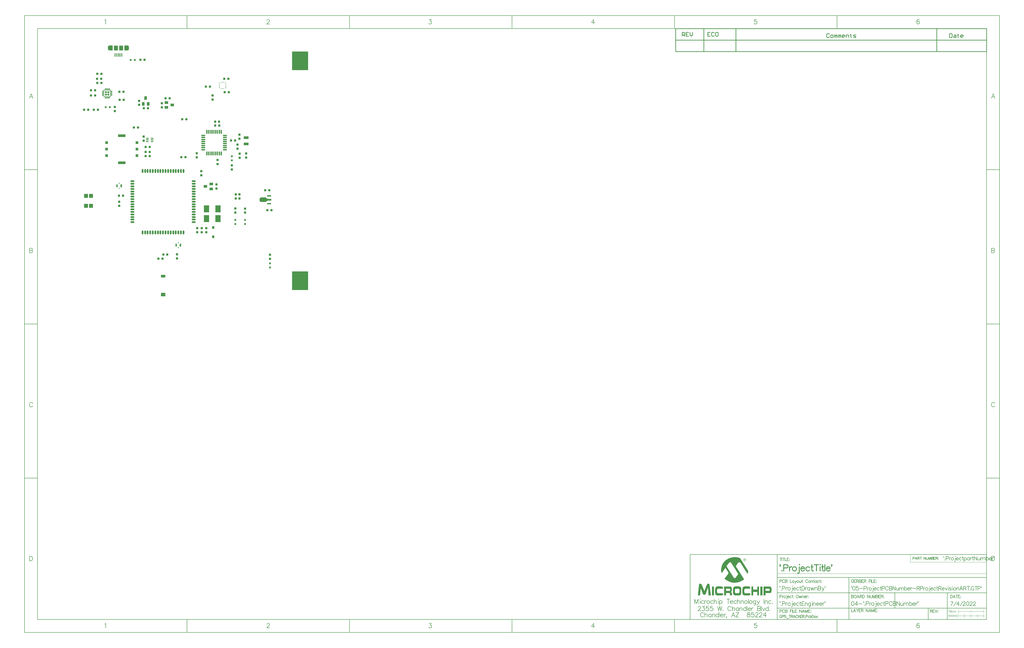
<source format=gtp>
G04*
G04 #@! TF.GenerationSoftware,Altium Limited,Altium Designer,22.6.1 (34)*
G04*
G04 Layer_Color=255*
%FSLAX43Y43*%
%MOMM*%
G71*
G04*
G04 #@! TF.SameCoordinates,D55714FD-7612-40EE-B6C0-6C4E7D2459FC*
G04*
G04*
G04 #@! TF.FilePolarity,Positive*
G04*
G01*
G75*
%ADD11C,0.200*%
%ADD12C,0.100*%
%ADD13C,0.254*%
%ADD15C,0.127*%
%ADD16C,0.180*%
%ADD17C,0.178*%
%ADD18C,0.150*%
%ADD19C,0.350*%
%ADD20R,0.750X0.750*%
%ADD21R,0.360X0.360*%
%ADD22C,0.500*%
%ADD23O,1.600X0.500*%
%ADD24O,0.500X1.600*%
G04:AMPARAMS|DCode=25|XSize=0.9mm|YSize=0.8mm|CornerRadius=0.2mm|HoleSize=0mm|Usage=FLASHONLY|Rotation=90.000|XOffset=0mm|YOffset=0mm|HoleType=Round|Shape=RoundedRectangle|*
%AMROUNDEDRECTD25*
21,1,0.900,0.400,0,0,90.0*
21,1,0.500,0.800,0,0,90.0*
1,1,0.400,0.200,0.250*
1,1,0.400,0.200,-0.250*
1,1,0.400,-0.200,-0.250*
1,1,0.400,-0.200,0.250*
%
%ADD25ROUNDEDRECTD25*%
%ADD26R,6.350X7.340*%
%ADD27R,0.800X0.800*%
G04:AMPARAMS|DCode=28|XSize=0.9mm|YSize=0.8mm|CornerRadius=0.2mm|HoleSize=0mm|Usage=FLASHONLY|Rotation=0.000|XOffset=0mm|YOffset=0mm|HoleType=Round|Shape=RoundedRectangle|*
%AMROUNDEDRECTD28*
21,1,0.900,0.400,0,0,0.0*
21,1,0.500,0.800,0,0,0.0*
1,1,0.400,0.250,-0.200*
1,1,0.400,-0.250,-0.200*
1,1,0.400,-0.250,0.200*
1,1,0.400,0.250,0.200*
%
%ADD28ROUNDEDRECTD28*%
%ADD29R,0.800X0.800*%
%ADD30R,1.400X1.000*%
%ADD31R,1.000X1.400*%
%ADD32R,0.850X1.050*%
%ADD33R,1.100X1.000*%
%ADD34R,3.000X1.000*%
%ADD35R,1.540X1.540*%
%ADD36R,1.500X1.900*%
%ADD37R,0.400X1.350*%
%ADD38R,0.900X0.300*%
%ADD39R,0.300X0.900*%
%ADD40R,0.300X0.300*%
%ADD41R,1.900X1.110*%
%ADD42R,1.900X1.100*%
G04:AMPARAMS|DCode=43|XSize=1.6mm|YSize=0.6mm|CornerRadius=0.3mm|HoleSize=0mm|Usage=FLASHONLY|Rotation=180.000|XOffset=0mm|YOffset=0mm|HoleType=Round|Shape=RoundedRectangle|*
%AMROUNDEDRECTD43*
21,1,1.600,0.000,0,0,180.0*
21,1,1.000,0.600,0,0,180.0*
1,1,0.600,-0.500,0.000*
1,1,0.600,0.500,0.000*
1,1,0.600,0.500,0.000*
1,1,0.600,-0.500,0.000*
%
%ADD43ROUNDEDRECTD43*%
G04:AMPARAMS|DCode=44|XSize=1.6mm|YSize=0.6mm|CornerRadius=0.3mm|HoleSize=0mm|Usage=FLASHONLY|Rotation=270.000|XOffset=0mm|YOffset=0mm|HoleType=Round|Shape=RoundedRectangle|*
%AMROUNDEDRECTD44*
21,1,1.600,0.000,0,0,270.0*
21,1,1.000,0.600,0,0,270.0*
1,1,0.600,0.000,-0.500*
1,1,0.600,0.000,0.500*
1,1,0.600,0.000,0.500*
1,1,0.600,0.000,-0.500*
%
%ADD44ROUNDEDRECTD44*%
%ADD45R,0.250X0.350*%
%ADD46R,0.350X0.250*%
%ADD47R,1.800X1.000*%
%ADD48R,1.800X1.400*%
%ADD49R,2.000X2.800*%
%ADD50R,1.000X0.400*%
%ADD51R,1.600X0.600*%
%ADD52R,1.600X0.700*%
G36*
X18700Y63675D02*
X18200Y63675D01*
X18200Y64575D01*
X18700Y64575D01*
X18700Y63675D01*
X18700Y63675D02*
G37*
G36*
X11000Y63675D02*
X10500Y63675D01*
X10500Y64575D01*
X11000Y64575D01*
X11000Y63675D01*
X11000Y63675D02*
G37*
G36*
X18200Y63175D02*
X16900Y63175D01*
X16900Y65075D01*
X18200Y65075D01*
X18200Y63175D01*
X18200Y63175D02*
G37*
G36*
X12300Y63175D02*
X11000Y63175D01*
X11000Y65075D01*
X12300Y65075D01*
X12300Y63175D01*
X12300Y63175D02*
G37*
G36*
X15974Y9672D02*
X15554Y9672D01*
X15424Y9802D01*
X15424Y10222D01*
X15424Y10642D01*
X15554Y10772D01*
X15974Y10772D01*
X15974Y9672D01*
X15974Y9672D02*
G37*
G36*
X14324Y10642D02*
X14324Y10222D01*
X14324Y9802D01*
X14194Y9672D01*
X13774Y9672D01*
X13774Y10772D01*
X14194Y10772D01*
X14324Y10642D01*
X14324Y10642D02*
G37*
G36*
X72720Y5112D02*
X72720Y5107D01*
X74295Y5107D01*
X74295Y4407D01*
X72720Y4407D01*
X72174Y3862D01*
X72174Y3857D01*
X70195Y3857D01*
X69745Y4307D01*
X69745Y5207D01*
X70195Y5657D01*
X72174Y5657D01*
X72720Y5112D01*
X72720Y5112D02*
G37*
G36*
X39073Y-13571D02*
X38653Y-13571D01*
X38523Y-13441D01*
X38523Y-13021D01*
X38523Y-12601D01*
X38653Y-12471D01*
X39073Y-12471D01*
X39073Y-13571D01*
X39073Y-13571D02*
G37*
G36*
X37423Y-12601D02*
X37423Y-13021D01*
X37423Y-13441D01*
X37293Y-13571D01*
X36873Y-13571D01*
X36873Y-12471D01*
X37293Y-12471D01*
X37423Y-12601D01*
X37423Y-12601D02*
G37*
G36*
X259352Y-135547D02*
X259440Y-135573D01*
X259542Y-135611D01*
X259631Y-135674D01*
X259720Y-135776D01*
X259783Y-135903D01*
X259809Y-135992D01*
X259809Y-136081D01*
X259809Y-136106D01*
X259796Y-136170D01*
X259783Y-136259D01*
X259745Y-136373D01*
X259682Y-136474D01*
X259580Y-136563D01*
X259440Y-136640D01*
X259364Y-136652D01*
X259263Y-136665D01*
X259225Y-136665D01*
X259174Y-136652D01*
X259123Y-136640D01*
X258983Y-136589D01*
X258907Y-136551D01*
X258844Y-136500D01*
X258831Y-136487D01*
X258818Y-136462D01*
X258793Y-136436D01*
X258767Y-136386D01*
X258704Y-136246D01*
X258691Y-136170D01*
X258678Y-136081D01*
X258678Y-136068D01*
X258678Y-136043D01*
X258691Y-136005D01*
X258704Y-135941D01*
X258755Y-135827D01*
X258805Y-135763D01*
X258856Y-135700D01*
X258869Y-135687D01*
X258882Y-135674D01*
X258920Y-135649D01*
X258971Y-135611D01*
X259098Y-135560D01*
X259174Y-135547D01*
X259263Y-135535D01*
X259288Y-135535D01*
X259352Y-135547D01*
X259352Y-135547D02*
G37*
G36*
X255732Y-135052D02*
X255859Y-135065D01*
X255986Y-135077D01*
X256138Y-135090D01*
X256456Y-135141D01*
X256799Y-135217D01*
X257154Y-135319D01*
X257510Y-135458D01*
X260685Y-140500D01*
X260685Y-140513D01*
X260685Y-140538D01*
X260672Y-140589D01*
X260672Y-140653D01*
X260660Y-140742D01*
X260647Y-140831D01*
X260596Y-141046D01*
X260596Y-141059D01*
X260583Y-141097D01*
X260571Y-141161D01*
X260558Y-141237D01*
X260533Y-141326D01*
X260495Y-141427D01*
X260431Y-141669D01*
X257675Y-137363D01*
X257662Y-137351D01*
X257637Y-137313D01*
X257586Y-137262D01*
X257535Y-137198D01*
X257459Y-137135D01*
X257370Y-137084D01*
X257281Y-137046D01*
X257180Y-137033D01*
X257142Y-137033D01*
X257091Y-137046D01*
X257027Y-137071D01*
X256964Y-137109D01*
X256888Y-137173D01*
X256799Y-137249D01*
X256723Y-137351D01*
X255808Y-138608D01*
X259034Y-143713D01*
X259021Y-143726D01*
X258958Y-143777D01*
X258882Y-143840D01*
X258755Y-143929D01*
X258615Y-144031D01*
X258437Y-144145D01*
X258221Y-144272D01*
X257993Y-144399D01*
X257726Y-144526D01*
X257447Y-144653D01*
X257142Y-144768D01*
X256812Y-144869D01*
X256456Y-144958D01*
X256088Y-145022D01*
X255707Y-145072D01*
X255300Y-145085D01*
X255199Y-145085D01*
X255084Y-145072D01*
X254932Y-145060D01*
X254741Y-145034D01*
X254513Y-144996D01*
X254259Y-144945D01*
X253992Y-144882D01*
X253700Y-144793D01*
X253383Y-144679D01*
X253065Y-144552D01*
X252748Y-144387D01*
X252417Y-144196D01*
X252087Y-143980D01*
X251770Y-143726D01*
X251465Y-143434D01*
X252836Y-141542D01*
X252849Y-141529D01*
X252875Y-141478D01*
X252887Y-141440D01*
X252900Y-141389D01*
X252925Y-141313D01*
X252938Y-141237D01*
X252938Y-141224D01*
X252938Y-141212D01*
X252925Y-141135D01*
X252875Y-141008D01*
X252836Y-140932D01*
X252786Y-140856D01*
X251770Y-139268D01*
X250258Y-141364D01*
X250258Y-141351D01*
X250246Y-141339D01*
X250246Y-141300D01*
X250233Y-141250D01*
X250208Y-141123D01*
X250169Y-140958D01*
X250131Y-140742D01*
X250106Y-140513D01*
X250093Y-140259D01*
X250081Y-139980D01*
X250081Y-139954D01*
X250081Y-139891D01*
X250093Y-139789D01*
X250106Y-139649D01*
X250131Y-139484D01*
X250157Y-139281D01*
X250208Y-139065D01*
X250258Y-138824D01*
X250335Y-138557D01*
X250436Y-138291D01*
X250550Y-138011D01*
X250690Y-137719D01*
X250855Y-137440D01*
X251046Y-137148D01*
X251274Y-136868D01*
X251528Y-136589D01*
X251541Y-136576D01*
X251605Y-136525D01*
X251693Y-136449D01*
X251808Y-136347D01*
X251960Y-136233D01*
X252138Y-136093D01*
X252354Y-135954D01*
X252595Y-135814D01*
X252875Y-135674D01*
X253167Y-135535D01*
X253484Y-135395D01*
X253827Y-135281D01*
X254208Y-135179D01*
X254589Y-135103D01*
X255008Y-135052D01*
X255440Y-135039D01*
X255630Y-135039D01*
X255732Y-135052D01*
X255732Y-135052D02*
G37*
G36*
X260990Y-146520D02*
X261066Y-146520D01*
X261117Y-146533D01*
X261130Y-146533D01*
X261155Y-146546D01*
X261206Y-146571D01*
X261257Y-146596D01*
X261307Y-146647D01*
X261358Y-146698D01*
X261409Y-146774D01*
X261434Y-146876D01*
X261434Y-146888D01*
X261434Y-146914D01*
X261447Y-146952D01*
X261447Y-147015D01*
X261447Y-147092D01*
X261460Y-147181D01*
X261460Y-147295D01*
X261460Y-147435D01*
X259580Y-147384D01*
X259567Y-147384D01*
X259517Y-147396D01*
X259440Y-147422D01*
X259364Y-147460D01*
X259275Y-147549D01*
X259212Y-147676D01*
X259174Y-147752D01*
X259161Y-147854D01*
X259136Y-147955D01*
X259136Y-148082D01*
X259136Y-148463D01*
X259136Y-148476D01*
X259136Y-148489D01*
X259148Y-148565D01*
X259161Y-148679D01*
X259186Y-148806D01*
X259237Y-148933D01*
X259313Y-149047D01*
X259415Y-149124D01*
X259479Y-149136D01*
X259555Y-149149D01*
X261485Y-149149D01*
X261485Y-149174D01*
X261485Y-149238D01*
X261485Y-149327D01*
X261472Y-149441D01*
X261460Y-149568D01*
X261447Y-149682D01*
X261422Y-149771D01*
X261384Y-149848D01*
X261384Y-149860D01*
X261358Y-149873D01*
X261320Y-149898D01*
X261257Y-149936D01*
X261168Y-149975D01*
X261053Y-150000D01*
X260914Y-150013D01*
X260736Y-150025D01*
X259339Y-150025D01*
X259225Y-150000D01*
X259085Y-149975D01*
X258932Y-149936D01*
X258793Y-149873D01*
X258653Y-149784D01*
X258551Y-149657D01*
X258551Y-149644D01*
X258526Y-149606D01*
X258501Y-149543D01*
X258475Y-149441D01*
X258450Y-149327D01*
X258424Y-149174D01*
X258412Y-148997D01*
X258399Y-148793D01*
X258399Y-147765D01*
X258399Y-147752D01*
X258399Y-147727D01*
X258399Y-147676D01*
X258412Y-147625D01*
X258424Y-147473D01*
X258450Y-147295D01*
X258501Y-147104D01*
X258577Y-146914D01*
X258678Y-146761D01*
X258742Y-146685D01*
X258818Y-146634D01*
X258831Y-146634D01*
X258856Y-146609D01*
X258907Y-146596D01*
X258971Y-146571D01*
X259059Y-146546D01*
X259161Y-146533D01*
X259288Y-146507D01*
X260825Y-146507D01*
X260990Y-146520D01*
X260990Y-146520D02*
G37*
G36*
X264914Y-150000D02*
X264178Y-150000D01*
X264178Y-148692D01*
X262628Y-148692D01*
X262628Y-150000D01*
X261942Y-150000D01*
X261942Y-146533D01*
X262628Y-146533D01*
X262628Y-147765D01*
X264178Y-147765D01*
X264178Y-146533D01*
X264914Y-146533D01*
X264914Y-150000D01*
X264914Y-150000D02*
G37*
G36*
X245216Y-145415D02*
X245280Y-145428D01*
X245356Y-145466D01*
X245432Y-145530D01*
X245509Y-145631D01*
X245559Y-145758D01*
X245597Y-145936D01*
X246067Y-150000D01*
X245204Y-150000D01*
X244962Y-147079D01*
X244937Y-147079D01*
X244048Y-149428D01*
X244035Y-149441D01*
X244023Y-149492D01*
X243985Y-149543D01*
X243934Y-149619D01*
X243858Y-149682D01*
X243769Y-149746D01*
X243667Y-149797D01*
X243540Y-149809D01*
X243527Y-149809D01*
X243477Y-149797D01*
X243413Y-149784D01*
X243324Y-149759D01*
X243235Y-149721D01*
X243146Y-149644D01*
X243057Y-149555D01*
X242994Y-149428D01*
X242118Y-147117D01*
X242105Y-147117D01*
X241851Y-150000D01*
X241000Y-150000D01*
X241445Y-145898D01*
X241445Y-145872D01*
X241457Y-145822D01*
X241483Y-145745D01*
X241521Y-145644D01*
X241584Y-145555D01*
X241660Y-145479D01*
X241775Y-145428D01*
X241902Y-145403D01*
X241927Y-145403D01*
X241978Y-145415D01*
X242054Y-145428D01*
X242156Y-145453D01*
X242257Y-145517D01*
X242359Y-145593D01*
X242461Y-145707D01*
X242537Y-145860D01*
X243527Y-148374D01*
X243540Y-148374D01*
X244531Y-145860D01*
X244543Y-145834D01*
X244569Y-145784D01*
X244607Y-145720D01*
X244670Y-145631D01*
X244759Y-145542D01*
X244874Y-145479D01*
X245001Y-145428D01*
X245153Y-145403D01*
X245166Y-145403D01*
X245216Y-145415D01*
X245216Y-145415D02*
G37*
G36*
X269042Y-146546D02*
X269156Y-146558D01*
X269296Y-146609D01*
X269435Y-146673D01*
X269562Y-146774D01*
X269677Y-146927D01*
X269715Y-147015D01*
X269753Y-147117D01*
X269753Y-147130D01*
X269766Y-147155D01*
X269766Y-147219D01*
X269778Y-147282D01*
X269791Y-147371D01*
X269791Y-147473D01*
X269804Y-147600D01*
X269804Y-147727D01*
X269804Y-148006D01*
X269804Y-148019D01*
X269804Y-148031D01*
X269804Y-148108D01*
X269791Y-148209D01*
X269778Y-148349D01*
X269753Y-148489D01*
X269715Y-148641D01*
X269664Y-148781D01*
X269600Y-148895D01*
X269588Y-148908D01*
X269575Y-148933D01*
X269537Y-148971D01*
X269486Y-149009D01*
X269410Y-149047D01*
X269334Y-149086D01*
X269245Y-149111D01*
X269131Y-149124D01*
X267416Y-149124D01*
X267416Y-150000D01*
X266692Y-150000D01*
X266692Y-146533D01*
X268965Y-146533D01*
X269042Y-146546D01*
X269042Y-146546D02*
G37*
G36*
X266235Y-150000D02*
X265422Y-150000D01*
X265422Y-146533D01*
X266235Y-146533D01*
X266235Y-150000D01*
X266235Y-150000D02*
G37*
G36*
X253725Y-146546D02*
X253840Y-146584D01*
X253967Y-146660D01*
X254030Y-146711D01*
X254094Y-146787D01*
X254157Y-146863D01*
X254208Y-146965D01*
X254246Y-147079D01*
X254284Y-147219D01*
X254297Y-147384D01*
X254310Y-147562D01*
X254310Y-147777D01*
X254310Y-147790D01*
X254310Y-147803D01*
X254310Y-147841D01*
X254310Y-147892D01*
X254284Y-148019D01*
X254259Y-148158D01*
X254208Y-148311D01*
X254145Y-148451D01*
X254043Y-148565D01*
X253979Y-148616D01*
X253916Y-148641D01*
X253916Y-148654D01*
X253929Y-148654D01*
X253979Y-148679D01*
X254043Y-148730D01*
X254119Y-148793D01*
X254183Y-148895D01*
X254246Y-149022D01*
X254297Y-149200D01*
X254310Y-149314D01*
X254310Y-149428D01*
X254310Y-150000D01*
X253573Y-150000D01*
X253573Y-149594D01*
X253573Y-149581D01*
X253573Y-149543D01*
X253573Y-149492D01*
X253573Y-149441D01*
X253560Y-149314D01*
X253560Y-149263D01*
X253548Y-149225D01*
X253535Y-149200D01*
X253497Y-149162D01*
X253408Y-149124D01*
X253294Y-149098D01*
X252011Y-149098D01*
X252011Y-150000D01*
X251274Y-150000D01*
X251274Y-146533D01*
X253649Y-146533D01*
X253725Y-146546D01*
X253725Y-146546D02*
G37*
G36*
X247312Y-150000D02*
X246499Y-150000D01*
X246499Y-146533D01*
X247312Y-146533D01*
X247312Y-150000D01*
X247312Y-150000D02*
G37*
G36*
X257154Y-146520D02*
X257281Y-146546D01*
X257421Y-146584D01*
X257561Y-146634D01*
X257675Y-146711D01*
X257777Y-146812D01*
X257789Y-146825D01*
X257815Y-146863D01*
X257840Y-146939D01*
X257891Y-147041D01*
X257929Y-147181D01*
X257954Y-147333D01*
X257980Y-147523D01*
X257993Y-147752D01*
X257993Y-148781D01*
X257993Y-148793D01*
X257993Y-148819D01*
X257993Y-148870D01*
X257980Y-148933D01*
X257967Y-149098D01*
X257929Y-149289D01*
X257866Y-149492D01*
X257777Y-149682D01*
X257650Y-149848D01*
X257574Y-149911D01*
X257485Y-149962D01*
X257472Y-149962D01*
X257447Y-149975D01*
X257408Y-149987D01*
X257345Y-149987D01*
X257269Y-150000D01*
X257180Y-150013D01*
X257066Y-150025D01*
X255694Y-150025D01*
X255592Y-150013D01*
X255453Y-149987D01*
X255313Y-149949D01*
X255173Y-149886D01*
X255034Y-149809D01*
X254932Y-149695D01*
X254919Y-149682D01*
X254907Y-149644D01*
X254868Y-149568D01*
X254843Y-149467D01*
X254805Y-149340D01*
X254767Y-149187D01*
X254754Y-148997D01*
X254741Y-148781D01*
X254741Y-147752D01*
X254741Y-147739D01*
X254741Y-147701D01*
X254741Y-147650D01*
X254754Y-147587D01*
X254754Y-147511D01*
X254780Y-147409D01*
X254818Y-147206D01*
X254894Y-147003D01*
X254995Y-146800D01*
X255059Y-146723D01*
X255148Y-146647D01*
X255237Y-146584D01*
X255338Y-146546D01*
X255351Y-146546D01*
X255376Y-146533D01*
X255415Y-146533D01*
X255465Y-146520D01*
X255529Y-146520D01*
X255605Y-146507D01*
X257053Y-146507D01*
X257154Y-146520D01*
X257154Y-146520D02*
G37*
G36*
X250081Y-146520D02*
X250258Y-146520D01*
X250411Y-146533D01*
X250487Y-146546D01*
X250538Y-146558D01*
X250589Y-146571D01*
X250614Y-146584D01*
X250627Y-146584D01*
X250639Y-146609D01*
X250677Y-146660D01*
X250716Y-146723D01*
X250741Y-146825D01*
X250779Y-146965D01*
X250792Y-147155D01*
X250804Y-147257D01*
X250804Y-147384D01*
X248912Y-147384D01*
X248823Y-147396D01*
X248722Y-147447D01*
X248671Y-147473D01*
X248620Y-147523D01*
X248620Y-147536D01*
X248607Y-147549D01*
X248582Y-147587D01*
X248569Y-147650D01*
X248544Y-147727D01*
X248518Y-147816D01*
X248506Y-147943D01*
X248506Y-148082D01*
X248506Y-148463D01*
X248506Y-148476D01*
X248506Y-148527D01*
X248506Y-148603D01*
X248518Y-148679D01*
X248531Y-148857D01*
X248544Y-148933D01*
X248569Y-148984D01*
X248569Y-148997D01*
X248582Y-149009D01*
X248645Y-149060D01*
X248696Y-149098D01*
X248760Y-149124D01*
X248836Y-149136D01*
X248925Y-149149D01*
X250855Y-149149D01*
X250855Y-149174D01*
X250855Y-149225D01*
X250855Y-149314D01*
X250843Y-149416D01*
X250830Y-149530D01*
X250817Y-149644D01*
X250792Y-149733D01*
X250754Y-149809D01*
X250741Y-149822D01*
X250728Y-149848D01*
X250677Y-149873D01*
X250627Y-149911D01*
X250538Y-149962D01*
X250423Y-149987D01*
X250284Y-150013D01*
X250106Y-150025D01*
X248709Y-150025D01*
X248595Y-150013D01*
X248480Y-149987D01*
X248341Y-149962D01*
X248201Y-149911D01*
X248074Y-149835D01*
X247972Y-149746D01*
X247960Y-149733D01*
X247934Y-149695D01*
X247896Y-149619D01*
X247858Y-149517D01*
X247820Y-149390D01*
X247782Y-149225D01*
X247756Y-149022D01*
X247744Y-148781D01*
X247744Y-147752D01*
X247744Y-147739D01*
X247744Y-147701D01*
X247744Y-147650D01*
X247756Y-147574D01*
X247769Y-147485D01*
X247782Y-147396D01*
X247833Y-147181D01*
X247922Y-146965D01*
X248049Y-146761D01*
X248125Y-146673D01*
X248226Y-146609D01*
X248328Y-146558D01*
X248455Y-146520D01*
X248480Y-146520D01*
X248557Y-146507D01*
X249915Y-146507D01*
X250081Y-146520D01*
X250081Y-146520D02*
G37*
%LPC*%
G36*
X259263Y-135624D02*
X259237Y-135624D01*
X259186Y-135636D01*
X259110Y-135649D01*
X259021Y-135674D01*
X258920Y-135738D01*
X258844Y-135814D01*
X258793Y-135928D01*
X258767Y-136081D01*
X258767Y-136093D01*
X258767Y-136119D01*
X258780Y-136157D01*
X258780Y-136195D01*
X258831Y-136322D01*
X258856Y-136373D01*
X258907Y-136436D01*
X258920Y-136436D01*
X258932Y-136462D01*
X259009Y-136500D01*
X259110Y-136551D01*
X259186Y-136563D01*
X259263Y-136576D01*
X259288Y-136576D01*
X259339Y-136563D01*
X259402Y-136551D01*
X259491Y-136513D01*
X259580Y-136449D01*
X259644Y-136373D01*
X259694Y-136246D01*
X259720Y-136081D01*
X259720Y-136055D01*
X259707Y-136005D01*
X259694Y-135941D01*
X259669Y-135852D01*
X259605Y-135763D01*
X259529Y-135700D01*
X259415Y-135649D01*
X259263Y-135624D01*
X259263Y-135624D02*
G37*
%LPD*%
G36*
X259390Y-135789D02*
X259428Y-135814D01*
X259466Y-135839D01*
X259491Y-135890D01*
X259504Y-135954D01*
X259504Y-135966D01*
X259504Y-135979D01*
X259479Y-136043D01*
X259440Y-136119D01*
X259390Y-136144D01*
X259339Y-136157D01*
X259517Y-136436D01*
X259415Y-136436D01*
X259225Y-136157D01*
X259123Y-136157D01*
X259123Y-136436D01*
X259021Y-136436D01*
X259021Y-135763D01*
X259301Y-135763D01*
X259390Y-135789D01*
X259390Y-135789D02*
G37*
%LPC*%
G36*
X259288Y-135852D02*
X259123Y-135852D01*
X259123Y-136068D01*
X259301Y-136068D01*
X259339Y-136055D01*
X259377Y-136017D01*
X259390Y-135954D01*
X259390Y-135941D01*
X259377Y-135903D01*
X259352Y-135865D01*
X259288Y-135852D01*
X259288Y-135852D02*
G37*
G36*
X253611Y-137021D02*
X253573Y-137021D01*
X253522Y-137033D01*
X253459Y-137059D01*
X253383Y-137097D01*
X253306Y-137160D01*
X253217Y-137236D01*
X253129Y-137338D01*
X252227Y-138595D01*
X254932Y-142875D01*
X254945Y-142888D01*
X254970Y-142939D01*
X255021Y-142990D01*
X255084Y-143066D01*
X255148Y-143129D01*
X255224Y-143193D01*
X255313Y-143244D01*
X255389Y-143256D01*
X255440Y-143256D01*
X255478Y-143244D01*
X255542Y-143218D01*
X255618Y-143193D01*
X255694Y-143142D01*
X255770Y-143066D01*
X255846Y-142977D01*
X256786Y-141618D01*
X254081Y-137351D01*
X254068Y-137338D01*
X254043Y-137300D01*
X254005Y-137249D01*
X253941Y-137186D01*
X253878Y-137122D01*
X253802Y-137071D01*
X253713Y-137033D01*
X253611Y-137021D01*
X253611Y-137021D02*
G37*
G36*
X268775Y-147371D02*
X267416Y-147371D01*
X267416Y-148260D01*
X268864Y-148260D01*
X268889Y-148235D01*
X268940Y-148209D01*
X268978Y-148171D01*
X269004Y-148108D01*
X269029Y-148019D01*
X269042Y-147892D01*
X269042Y-147765D01*
X269042Y-147752D01*
X269042Y-147701D01*
X269029Y-147638D01*
X269004Y-147562D01*
X268978Y-147498D01*
X268927Y-147435D01*
X268864Y-147384D01*
X268775Y-147371D01*
X268775Y-147371D02*
G37*
G36*
X253256Y-147371D02*
X252011Y-147371D01*
X252011Y-148235D01*
X253383Y-148235D01*
X253421Y-148209D01*
X253484Y-148184D01*
X253535Y-148146D01*
X253573Y-148082D01*
X253611Y-147993D01*
X253624Y-147866D01*
X253624Y-147765D01*
X253624Y-147752D01*
X253624Y-147701D01*
X253611Y-147638D01*
X253573Y-147562D01*
X253535Y-147498D01*
X253471Y-147435D01*
X253383Y-147384D01*
X253256Y-147371D01*
X253256Y-147371D02*
G37*
G36*
X256786Y-147371D02*
X255897Y-147371D01*
X255859Y-147384D01*
X255808Y-147396D01*
X255707Y-147435D01*
X255656Y-147485D01*
X255605Y-147536D01*
X255605Y-147549D01*
X255592Y-147562D01*
X255567Y-147600D01*
X255554Y-147663D01*
X255529Y-147739D01*
X255503Y-147828D01*
X255491Y-147943D01*
X255491Y-148082D01*
X255491Y-148463D01*
X255491Y-148476D01*
X255491Y-148527D01*
X255491Y-148590D01*
X255503Y-148679D01*
X255529Y-148857D01*
X255542Y-148946D01*
X255567Y-149009D01*
X255580Y-149035D01*
X255643Y-149073D01*
X255681Y-149098D01*
X255745Y-149124D01*
X255808Y-149136D01*
X255897Y-149149D01*
X256850Y-149149D01*
X256900Y-149136D01*
X256964Y-149111D01*
X257053Y-149060D01*
X257129Y-148984D01*
X257205Y-148857D01*
X257231Y-148781D01*
X257256Y-148692D01*
X257269Y-148578D01*
X257269Y-148463D01*
X257269Y-148082D01*
X257269Y-148070D01*
X257269Y-148019D01*
X257256Y-147955D01*
X257256Y-147866D01*
X257205Y-147689D01*
X257180Y-147600D01*
X257129Y-147536D01*
X257129Y-147523D01*
X257104Y-147511D01*
X257040Y-147447D01*
X256926Y-147396D01*
X256862Y-147384D01*
X256786Y-147371D01*
X256786Y-147371D02*
G37*
%LPD*%
D11*
X337071Y-134893D02*
X337000Y-134822D01*
X337071Y-134750D01*
X337143Y-134822D01*
X337143Y-134965D01*
X337071Y-135107D01*
X337000Y-135179D01*
X337543Y-136107D02*
X337471Y-136179D01*
X337543Y-136250D01*
X337614Y-136179D01*
X337543Y-136107D01*
X337943Y-135536D02*
X338585Y-135536D01*
X338800Y-135464D01*
X338871Y-135393D01*
X338942Y-135250D01*
X338942Y-135036D01*
X338871Y-134893D01*
X338800Y-134822D01*
X338585Y-134750D01*
X337943Y-134750D01*
X337943Y-136250D01*
X339278Y-135250D02*
X339278Y-136250D01*
X339278Y-135679D02*
X339350Y-135464D01*
X339492Y-135322D01*
X339635Y-135250D01*
X339849Y-135250D01*
X340342Y-135250D02*
X340199Y-135322D01*
X340057Y-135464D01*
X339985Y-135679D01*
X339985Y-135821D01*
X340057Y-136036D01*
X340199Y-136179D01*
X340342Y-136250D01*
X340556Y-136250D01*
X340699Y-136179D01*
X340842Y-136036D01*
X340913Y-135821D01*
X340913Y-135679D01*
X340842Y-135464D01*
X340699Y-135322D01*
X340556Y-135250D01*
X340342Y-135250D01*
X341528Y-134750D02*
X341599Y-134822D01*
X341670Y-134750D01*
X341599Y-134679D01*
X341528Y-134750D01*
X341599Y-135250D02*
X341599Y-136464D01*
X341528Y-136678D01*
X341385Y-136750D01*
X341242Y-136750D01*
X341949Y-135679D02*
X342806Y-135679D01*
X342806Y-135536D01*
X342734Y-135393D01*
X342663Y-135322D01*
X342520Y-135250D01*
X342306Y-135250D01*
X342163Y-135322D01*
X342020Y-135464D01*
X341949Y-135679D01*
X341949Y-135821D01*
X342020Y-136036D01*
X342163Y-136179D01*
X342306Y-136250D01*
X342520Y-136250D01*
X342663Y-136179D01*
X342806Y-136036D01*
X343984Y-135464D02*
X343841Y-135322D01*
X343699Y-135250D01*
X343484Y-135250D01*
X343342Y-135322D01*
X343199Y-135464D01*
X343127Y-135679D01*
X343127Y-135821D01*
X343199Y-136036D01*
X343342Y-136179D01*
X343484Y-136250D01*
X343699Y-136250D01*
X343841Y-136179D01*
X343984Y-136036D01*
X344520Y-134750D02*
X344520Y-135964D01*
X344591Y-136179D01*
X344734Y-136250D01*
X344877Y-136250D01*
X344306Y-135250D02*
X344805Y-135250D01*
X345091Y-135250D02*
X345091Y-136750D01*
X345091Y-135464D02*
X345234Y-135322D01*
X345377Y-135250D01*
X345591Y-135250D01*
X345734Y-135322D01*
X345877Y-135464D01*
X345948Y-135679D01*
X345948Y-135821D01*
X345877Y-136036D01*
X345734Y-136179D01*
X345591Y-136250D01*
X345377Y-136250D01*
X345234Y-136179D01*
X345091Y-136036D01*
X347126Y-135250D02*
X347126Y-136250D01*
X347126Y-135464D02*
X346984Y-135322D01*
X346841Y-135250D01*
X346627Y-135250D01*
X346484Y-135322D01*
X346341Y-135464D01*
X346269Y-135679D01*
X346269Y-135821D01*
X346341Y-136036D01*
X346484Y-136179D01*
X346627Y-136250D01*
X346841Y-136250D01*
X346984Y-136179D01*
X347126Y-136036D01*
X347526Y-135250D02*
X347526Y-136250D01*
X347526Y-135679D02*
X347598Y-135464D01*
X347741Y-135322D01*
X347883Y-135250D01*
X348098Y-135250D01*
X348448Y-134750D02*
X348448Y-135964D01*
X348519Y-136179D01*
X348662Y-136250D01*
X348805Y-136250D01*
X348233Y-135250D02*
X348733Y-135250D01*
X349019Y-134750D02*
X349019Y-136250D01*
X349019Y-134750D02*
X350019Y-136250D01*
X350019Y-134750D02*
X350019Y-136250D01*
X350433Y-135250D02*
X350433Y-135964D01*
X350504Y-136179D01*
X350647Y-136250D01*
X350861Y-136250D01*
X351004Y-136179D01*
X351218Y-135964D01*
X351218Y-135250D02*
X351218Y-136250D01*
X351611Y-135250D02*
X351611Y-136250D01*
X351611Y-135536D02*
X351825Y-135322D01*
X351968Y-135250D01*
X352182Y-135250D01*
X352325Y-135322D01*
X352397Y-135536D01*
X352397Y-136250D01*
X352397Y-135536D02*
X352611Y-135322D01*
X352754Y-135250D01*
X352968Y-135250D01*
X353111Y-135322D01*
X353182Y-135536D01*
X353182Y-136250D01*
X353654Y-134750D02*
X353654Y-136250D01*
X353654Y-135464D02*
X353796Y-135322D01*
X353939Y-135250D01*
X354154Y-135250D01*
X354296Y-135322D01*
X354439Y-135464D01*
X354511Y-135679D01*
X354511Y-135821D01*
X354439Y-136036D01*
X354296Y-136179D01*
X354154Y-136250D01*
X353939Y-136250D01*
X353796Y-136179D01*
X353654Y-136036D01*
X354832Y-135679D02*
X355689Y-135679D01*
X355689Y-135536D01*
X355617Y-135393D01*
X355546Y-135322D01*
X355403Y-135250D01*
X355189Y-135250D01*
X355046Y-135322D01*
X354903Y-135464D01*
X354832Y-135679D01*
X354832Y-135821D01*
X354903Y-136036D01*
X355046Y-136179D01*
X355189Y-136250D01*
X355403Y-136250D01*
X355546Y-136179D01*
X355689Y-136036D01*
X356010Y-135250D02*
X356010Y-136250D01*
X356010Y-135679D02*
X356082Y-135464D01*
X356224Y-135322D01*
X356367Y-135250D01*
X356582Y-135250D01*
X356789Y-134893D02*
X356717Y-134822D01*
X356789Y-134750D01*
X356860Y-134822D01*
X356860Y-134965D01*
X356789Y-135107D01*
X356717Y-135179D01*
D12*
X347700Y-156600D02*
X347700Y-156000D01*
X342540Y-158635D02*
X342540Y-157365D01*
X345080Y-158635D02*
X345080Y-157365D01*
X347620Y-158635D02*
X347620Y-157365D01*
X350160Y-158635D02*
X350160Y-157365D01*
X352700Y-158635D02*
X352700Y-157365D01*
X342540Y-158000D02*
X352700Y-158000D01*
X342700Y-156300D02*
X352700Y-156300D01*
X353820Y-137000D02*
X353820Y-137000D01*
X342700Y-156800D02*
X342700Y-155800D01*
X352700Y-156800D02*
X352700Y-155800D01*
X324000Y-137000D02*
X324000Y-134000D01*
X324000Y-137000D02*
X353820Y-137000D01*
X272000Y-141500D02*
X353820Y-141500D01*
X339233Y-157600D02*
X338900Y-158067D01*
X339400Y-158067D01*
X339233Y-157600D02*
X339233Y-158300D01*
X339723Y-157600D02*
X339623Y-157633D01*
X339557Y-157733D01*
X339523Y-157900D01*
X339523Y-158000D01*
X339557Y-158167D01*
X339623Y-158267D01*
X339723Y-158300D01*
X339790Y-158300D01*
X339890Y-158267D01*
X339956Y-158167D01*
X339990Y-158000D01*
X339990Y-157900D01*
X339956Y-157733D01*
X339890Y-157633D01*
X339790Y-157600D01*
X339723Y-157600D01*
X340346Y-157600D02*
X340246Y-157633D01*
X340180Y-157733D01*
X340146Y-157900D01*
X340146Y-158000D01*
X340180Y-158167D01*
X340246Y-158267D01*
X340346Y-158300D01*
X340413Y-158300D01*
X340513Y-158267D01*
X340580Y-158167D01*
X340613Y-158000D01*
X340613Y-157900D01*
X340580Y-157733D01*
X340513Y-157633D01*
X340413Y-157600D01*
X340346Y-157600D01*
X340770Y-157833D02*
X340770Y-158300D01*
X340770Y-157967D02*
X340870Y-157867D01*
X340936Y-157833D01*
X341036Y-157833D01*
X341103Y-157867D01*
X341136Y-157967D01*
X341136Y-158300D01*
X341136Y-157967D02*
X341236Y-157867D01*
X341303Y-157833D01*
X341403Y-157833D01*
X341469Y-157867D01*
X341503Y-157967D01*
X341503Y-158300D01*
X341789Y-157600D02*
X341823Y-157633D01*
X341856Y-157600D01*
X341823Y-157567D01*
X341789Y-157600D01*
X341823Y-157833D02*
X341823Y-158300D01*
X341979Y-157600D02*
X341979Y-158300D01*
X339000Y-156033D02*
X339067Y-156000D01*
X339167Y-155900D01*
X339167Y-156600D01*
X339713Y-155900D02*
X339613Y-155933D01*
X339547Y-156033D01*
X339513Y-156200D01*
X339513Y-156300D01*
X339547Y-156467D01*
X339613Y-156567D01*
X339713Y-156600D01*
X339780Y-156600D01*
X339880Y-156567D01*
X339946Y-156467D01*
X339980Y-156300D01*
X339980Y-156200D01*
X339946Y-156033D01*
X339880Y-155933D01*
X339780Y-155900D01*
X339713Y-155900D01*
X340136Y-156133D02*
X340136Y-156600D01*
X340136Y-156267D02*
X340236Y-156167D01*
X340303Y-156133D01*
X340403Y-156133D01*
X340470Y-156167D01*
X340503Y-156267D01*
X340503Y-156600D01*
X340503Y-156267D02*
X340603Y-156167D01*
X340670Y-156133D01*
X340770Y-156133D01*
X340836Y-156167D01*
X340870Y-156267D01*
X340870Y-156600D01*
X341090Y-156133D02*
X341090Y-156600D01*
X341090Y-156267D02*
X341190Y-156167D01*
X341256Y-156133D01*
X341356Y-156133D01*
X341423Y-156167D01*
X341456Y-156267D01*
X341456Y-156600D01*
X341456Y-156267D02*
X341556Y-156167D01*
X341623Y-156133D01*
X341723Y-156133D01*
X341789Y-156167D01*
X341823Y-156267D01*
X341823Y-156600D01*
D13*
X353820Y62720D02*
X353820Y71720D01*
X232320Y71720D02*
X353820Y71720D01*
X255820Y62720D02*
X255820Y67220D01*
X232320Y67220D02*
X232320Y71720D01*
X232320Y67220D02*
X353820Y67220D01*
X243320Y67220D02*
X243320Y71720D01*
X255820Y67220D02*
X255820Y71720D01*
X334320Y67220D02*
X334320Y71720D01*
X232320Y62720D02*
X232320Y67220D01*
X232320Y62720D02*
X353820Y62720D01*
X334320Y62720D02*
X334320Y67220D01*
X243320Y62720D02*
X243320Y67220D01*
X234820Y68720D02*
X234820Y70244D01*
X235582Y70244D01*
X235836Y69990D01*
X235836Y69482D01*
X235582Y69228D01*
X234820Y69228D01*
X235328Y69228D02*
X235836Y68720D01*
X237359Y70244D02*
X236344Y70244D01*
X236344Y68720D01*
X237359Y68720D01*
X236344Y69482D02*
X236851Y69482D01*
X237867Y70244D02*
X237867Y69228D01*
X238375Y68720D01*
X238883Y69228D01*
X238883Y70244D01*
X245836Y70244D02*
X244820Y70244D01*
X244820Y68720D01*
X245836Y68720D01*
X244820Y69482D02*
X245328Y69482D01*
X247359Y69990D02*
X247105Y70244D01*
X246597Y70244D01*
X246344Y69990D01*
X246344Y68974D01*
X246597Y68720D01*
X247105Y68720D01*
X247359Y68974D01*
X248629Y70244D02*
X248121Y70244D01*
X247867Y69990D01*
X247867Y68974D01*
X248121Y68720D01*
X248629Y68720D01*
X248883Y68974D01*
X248883Y69990D01*
X248629Y70244D01*
X292336Y69490D02*
X292082Y69744D01*
X291574Y69744D01*
X291320Y69490D01*
X291320Y68474D01*
X291574Y68220D01*
X292082Y68220D01*
X292336Y68474D01*
X293097Y68220D02*
X293605Y68220D01*
X293859Y68474D01*
X293859Y68982D01*
X293605Y69236D01*
X293097Y69236D01*
X292844Y68982D01*
X292844Y68474D01*
X293097Y68220D01*
X294367Y68220D02*
X294367Y69236D01*
X294621Y69236D01*
X294875Y68982D01*
X294875Y68220D01*
X294875Y68982D01*
X295129Y69236D01*
X295383Y68982D01*
X295383Y68220D01*
X295891Y68220D02*
X295891Y69236D01*
X296144Y69236D01*
X296398Y68982D01*
X296398Y68220D01*
X296398Y68982D01*
X296652Y69236D01*
X296906Y68982D01*
X296906Y68220D01*
X298176Y68220D02*
X297668Y68220D01*
X297414Y68474D01*
X297414Y68982D01*
X297668Y69236D01*
X298176Y69236D01*
X298430Y68982D01*
X298430Y68728D01*
X297414Y68728D01*
X298938Y68220D02*
X298938Y69236D01*
X299699Y69236D01*
X299953Y68982D01*
X299953Y68220D01*
X300715Y69490D02*
X300715Y69236D01*
X300461Y69236D01*
X300969Y69236D01*
X300715Y69236D01*
X300715Y68474D01*
X300969Y68220D01*
X301731Y68220D02*
X302492Y68220D01*
X302746Y68474D01*
X302492Y68728D01*
X301985Y68728D01*
X301731Y68982D01*
X301985Y69236D01*
X302746Y69236D01*
X339320Y69744D02*
X339320Y68220D01*
X340082Y68220D01*
X340336Y68474D01*
X340336Y69490D01*
X340082Y69744D01*
X339320Y69744D01*
X341097Y69236D02*
X341605Y69236D01*
X341859Y68982D01*
X341859Y68220D01*
X341097Y68220D01*
X340844Y68474D01*
X341097Y68728D01*
X341859Y68728D01*
X342621Y69490D02*
X342621Y69236D01*
X342367Y69236D01*
X342875Y69236D01*
X342621Y69236D01*
X342621Y68474D01*
X342875Y68220D01*
X344398Y68220D02*
X343891Y68220D01*
X343637Y68474D01*
X343637Y68982D01*
X343891Y69236D01*
X344398Y69236D01*
X344652Y68982D01*
X344652Y68728D01*
X343637Y68728D01*
D15*
X331000Y-159420D02*
X331000Y-155000D01*
X300000Y-159420D02*
X300000Y-143000D01*
X318000Y-155000D02*
X318000Y-149000D01*
X338500Y-159420D02*
X338500Y-149000D01*
X238000Y-159420D02*
X238000Y-134000D01*
X272000Y-159420D02*
X272000Y-134000D01*
X353820Y-159420D02*
X353820Y-134000D01*
X238000Y-159420D02*
X353820Y-159420D01*
X272000Y-155000D02*
X353820Y-155000D01*
X272000Y-149000D02*
X353820Y-149000D01*
X272000Y-143000D02*
X353820Y-143000D01*
X238000Y-134000D02*
X353820Y-134000D01*
X203960Y-159420D02*
X239520Y-159420D01*
X41400Y-164500D02*
X41400Y-159420D01*
X-22100Y-104175D02*
X-17020Y-104175D01*
X-22100Y-43850D02*
X-17020Y-43850D01*
X-22100Y16475D02*
X-17020Y16475D01*
X-17020Y-159420D02*
X353820Y-159420D01*
X-17020Y-159420D02*
X-17020Y71720D01*
X-22100Y-164500D02*
X358900Y-164500D01*
X-22100Y-164500D02*
X-22100Y76800D01*
X353820Y-159420D02*
X353820Y-128940D01*
X104900Y-164500D02*
X104900Y-159420D01*
X168400Y-164500D02*
X168400Y-159420D01*
X231900Y-164500D02*
X231900Y-159420D01*
X295400Y-164500D02*
X295400Y-159420D01*
X353820Y-104175D02*
X358900Y-104175D01*
X353820Y-43850D02*
X358900Y-43850D01*
X353820Y16475D02*
X358900Y16475D01*
X358900Y-164500D02*
X358900Y76800D01*
X353820Y-159420D02*
X353820Y71720D01*
X41400Y71720D02*
X41400Y76800D01*
X-22100Y76800D02*
X358900Y76800D01*
X-17020Y71720D02*
X353820Y71720D01*
X104900Y71720D02*
X104900Y76800D01*
X168400Y71720D02*
X168400Y76800D01*
X231900Y71720D02*
X231900Y76800D01*
X295400Y71720D02*
X295400Y76800D01*
X301000Y-155357D02*
X301000Y-156500D01*
X301653Y-156500D01*
X302649Y-156500D02*
X302214Y-155357D01*
X301778Y-156500D01*
X301941Y-156119D02*
X302486Y-156119D01*
X302915Y-155357D02*
X303351Y-155901D01*
X303351Y-156500D01*
X303786Y-155357D02*
X303351Y-155901D01*
X304641Y-155357D02*
X303933Y-155357D01*
X303933Y-156500D01*
X304641Y-156500D01*
X303933Y-155901D02*
X304368Y-155901D01*
X304831Y-155357D02*
X304831Y-156500D01*
X304831Y-155357D02*
X305321Y-155357D01*
X305484Y-155412D01*
X305538Y-155466D01*
X305593Y-155575D01*
X305593Y-155684D01*
X305538Y-155793D01*
X305484Y-155847D01*
X305321Y-155901D01*
X304831Y-155901D01*
X305212Y-155901D02*
X305593Y-156500D01*
X306746Y-155357D02*
X306746Y-156500D01*
X306746Y-155357D02*
X307508Y-156500D01*
X307508Y-155357D02*
X307508Y-156500D01*
X308695Y-156500D02*
X308259Y-155357D01*
X307824Y-156500D01*
X307987Y-156119D02*
X308531Y-156119D01*
X308961Y-155357D02*
X308961Y-156500D01*
X308961Y-155357D02*
X309397Y-156500D01*
X309832Y-155357D02*
X309397Y-156500D01*
X309832Y-155357D02*
X309832Y-156500D01*
X310866Y-155357D02*
X310158Y-155357D01*
X310158Y-156500D01*
X310866Y-156500D01*
X310158Y-155901D02*
X310594Y-155901D01*
X311111Y-155738D02*
X311056Y-155793D01*
X311111Y-155847D01*
X311165Y-155793D01*
X311111Y-155738D01*
X311111Y-156391D02*
X311056Y-156446D01*
X311111Y-156500D01*
X311165Y-156446D01*
X311111Y-156391D01*
X331750Y-155607D02*
X331750Y-156750D01*
X331750Y-155607D02*
X332240Y-155607D01*
X332403Y-155662D01*
X332457Y-155716D01*
X332512Y-155825D01*
X332512Y-155934D01*
X332457Y-156043D01*
X332403Y-156097D01*
X332240Y-156151D01*
X331750Y-156151D01*
X332131Y-156151D02*
X332512Y-156750D01*
X333475Y-155607D02*
X332768Y-155607D01*
X332768Y-156750D01*
X333475Y-156750D01*
X332768Y-156151D02*
X333203Y-156151D01*
X333665Y-155607D02*
X334101Y-156750D01*
X334536Y-155607D02*
X334101Y-156750D01*
X334737Y-155988D02*
X334683Y-156043D01*
X334737Y-156097D01*
X334792Y-156043D01*
X334737Y-155988D01*
X334737Y-156641D02*
X334683Y-156696D01*
X334737Y-156750D01*
X334792Y-156696D01*
X334737Y-156641D01*
X339700Y-149857D02*
X339700Y-151000D01*
X339700Y-149857D02*
X340081Y-149857D01*
X340244Y-149912D01*
X340353Y-150020D01*
X340407Y-150129D01*
X340462Y-150293D01*
X340462Y-150565D01*
X340407Y-150728D01*
X340353Y-150837D01*
X340244Y-150946D01*
X340081Y-151000D01*
X339700Y-151000D01*
X341588Y-151000D02*
X341153Y-149857D01*
X340718Y-151000D01*
X340881Y-150619D02*
X341425Y-150619D01*
X342236Y-149857D02*
X342236Y-151000D01*
X341855Y-149857D02*
X342617Y-149857D01*
X343460Y-149857D02*
X342753Y-149857D01*
X342753Y-151000D01*
X343460Y-151000D01*
X342753Y-150401D02*
X343188Y-150401D01*
X343705Y-150238D02*
X343651Y-150293D01*
X343705Y-150347D01*
X343760Y-150293D01*
X343705Y-150238D01*
X343705Y-150891D02*
X343651Y-150946D01*
X343705Y-151000D01*
X343760Y-150946D01*
X343705Y-150891D01*
X273381Y-135357D02*
X273381Y-136500D01*
X273000Y-135357D02*
X273762Y-135357D01*
X273898Y-135357D02*
X273898Y-136500D01*
X274518Y-135357D02*
X274518Y-136500D01*
X274137Y-135357D02*
X274899Y-135357D01*
X275035Y-135357D02*
X275035Y-136500D01*
X275688Y-136500D01*
X276521Y-135357D02*
X275813Y-135357D01*
X275813Y-136500D01*
X276521Y-136500D01*
X275813Y-135901D02*
X276249Y-135901D01*
X276766Y-135738D02*
X276711Y-135793D01*
X276766Y-135847D01*
X276820Y-135793D01*
X276766Y-135738D01*
X276766Y-136391D02*
X276711Y-136446D01*
X276766Y-136500D01*
X276820Y-136446D01*
X276766Y-136391D01*
D16*
X273076Y-152553D02*
X273000Y-152477D01*
X273076Y-152400D01*
X273152Y-152477D01*
X273152Y-152629D01*
X273076Y-152781D01*
X273000Y-152857D01*
X273579Y-153848D02*
X273503Y-153924D01*
X273579Y-154000D01*
X273655Y-153924D01*
X273579Y-153848D01*
X274006Y-153238D02*
X274691Y-153238D01*
X274920Y-153162D01*
X274996Y-153086D01*
X275072Y-152934D01*
X275072Y-152705D01*
X274996Y-152553D01*
X274920Y-152477D01*
X274691Y-152400D01*
X274006Y-152400D01*
X274006Y-154000D01*
X275430Y-152934D02*
X275430Y-154000D01*
X275430Y-153391D02*
X275506Y-153162D01*
X275658Y-153010D01*
X275811Y-152934D01*
X276039Y-152934D01*
X276565Y-152934D02*
X276413Y-153010D01*
X276260Y-153162D01*
X276184Y-153391D01*
X276184Y-153543D01*
X276260Y-153771D01*
X276413Y-153924D01*
X276565Y-154000D01*
X276793Y-154000D01*
X276946Y-153924D01*
X277098Y-153771D01*
X277174Y-153543D01*
X277174Y-153391D01*
X277098Y-153162D01*
X276946Y-153010D01*
X276793Y-152934D01*
X276565Y-152934D01*
X277829Y-152400D02*
X277906Y-152477D01*
X277982Y-152400D01*
X277906Y-152324D01*
X277829Y-152400D01*
X277906Y-152934D02*
X277906Y-154229D01*
X277829Y-154457D01*
X277677Y-154533D01*
X277525Y-154533D01*
X278279Y-153391D02*
X279193Y-153391D01*
X279193Y-153238D01*
X279117Y-153086D01*
X279041Y-153010D01*
X278888Y-152934D01*
X278660Y-152934D01*
X278507Y-153010D01*
X278355Y-153162D01*
X278279Y-153391D01*
X278279Y-153543D01*
X278355Y-153771D01*
X278507Y-153924D01*
X278660Y-154000D01*
X278888Y-154000D01*
X279041Y-153924D01*
X279193Y-153771D01*
X280450Y-153162D02*
X280297Y-153010D01*
X280145Y-152934D01*
X279917Y-152934D01*
X279764Y-153010D01*
X279612Y-153162D01*
X279536Y-153391D01*
X279536Y-153543D01*
X279612Y-153771D01*
X279764Y-153924D01*
X279917Y-154000D01*
X280145Y-154000D01*
X280297Y-153924D01*
X280450Y-153771D01*
X281021Y-152400D02*
X281021Y-153695D01*
X281097Y-153924D01*
X281250Y-154000D01*
X281402Y-154000D01*
X280793Y-152934D02*
X281326Y-152934D01*
X282621Y-152400D02*
X281631Y-152400D01*
X281631Y-154000D01*
X282621Y-154000D01*
X281631Y-153162D02*
X282240Y-153162D01*
X282887Y-152934D02*
X282887Y-154000D01*
X282887Y-153238D02*
X283116Y-153010D01*
X283268Y-152934D01*
X283497Y-152934D01*
X283649Y-153010D01*
X283725Y-153238D01*
X283725Y-154000D01*
X285058Y-152934D02*
X285058Y-154152D01*
X284982Y-154381D01*
X284906Y-154457D01*
X284754Y-154533D01*
X284525Y-154533D01*
X284373Y-154457D01*
X285058Y-153162D02*
X284906Y-153010D01*
X284754Y-152934D01*
X284525Y-152934D01*
X284373Y-153010D01*
X284220Y-153162D01*
X284144Y-153391D01*
X284144Y-153543D01*
X284220Y-153771D01*
X284373Y-153924D01*
X284525Y-154000D01*
X284754Y-154000D01*
X284906Y-153924D01*
X285058Y-153771D01*
X285637Y-152400D02*
X285713Y-152477D01*
X285790Y-152400D01*
X285713Y-152324D01*
X285637Y-152400D01*
X285713Y-152934D02*
X285713Y-154000D01*
X286072Y-152934D02*
X286072Y-154000D01*
X286072Y-153238D02*
X286300Y-153010D01*
X286452Y-152934D01*
X286681Y-152934D01*
X286833Y-153010D01*
X286909Y-153238D01*
X286909Y-154000D01*
X287328Y-153391D02*
X288242Y-153391D01*
X288242Y-153238D01*
X288166Y-153086D01*
X288090Y-153010D01*
X287938Y-152934D01*
X287709Y-152934D01*
X287557Y-153010D01*
X287405Y-153162D01*
X287328Y-153391D01*
X287328Y-153543D01*
X287405Y-153771D01*
X287557Y-153924D01*
X287709Y-154000D01*
X287938Y-154000D01*
X288090Y-153924D01*
X288242Y-153771D01*
X288585Y-153391D02*
X289499Y-153391D01*
X289499Y-153238D01*
X289423Y-153086D01*
X289347Y-153010D01*
X289195Y-152934D01*
X288966Y-152934D01*
X288814Y-153010D01*
X288661Y-153162D01*
X288585Y-153391D01*
X288585Y-153543D01*
X288661Y-153771D01*
X288814Y-153924D01*
X288966Y-154000D01*
X289195Y-154000D01*
X289347Y-153924D01*
X289499Y-153771D01*
X289842Y-152934D02*
X289842Y-154000D01*
X289842Y-153391D02*
X289918Y-153162D01*
X290071Y-153010D01*
X290223Y-152934D01*
X290452Y-152934D01*
X290672Y-152553D02*
X290596Y-152477D01*
X290672Y-152400D01*
X290749Y-152477D01*
X290749Y-152629D01*
X290672Y-152781D01*
X290596Y-152857D01*
X301457Y-152400D02*
X301229Y-152477D01*
X301076Y-152705D01*
X301000Y-153086D01*
X301000Y-153314D01*
X301076Y-153695D01*
X301229Y-153924D01*
X301457Y-154000D01*
X301609Y-154000D01*
X301838Y-153924D01*
X301990Y-153695D01*
X302066Y-153314D01*
X302066Y-153086D01*
X301990Y-152705D01*
X301838Y-152477D01*
X301609Y-152400D01*
X301457Y-152400D01*
X303186Y-152400D02*
X302424Y-153467D01*
X303567Y-153467D01*
X303186Y-152400D02*
X303186Y-154000D01*
X303849Y-153314D02*
X305220Y-153314D01*
X305769Y-152553D02*
X305692Y-152477D01*
X305769Y-152400D01*
X305845Y-152477D01*
X305845Y-152629D01*
X305769Y-152781D01*
X305692Y-152857D01*
X306271Y-153848D02*
X306195Y-153924D01*
X306271Y-154000D01*
X306347Y-153924D01*
X306271Y-153848D01*
X306698Y-153238D02*
X307383Y-153238D01*
X307612Y-153162D01*
X307688Y-153086D01*
X307764Y-152934D01*
X307764Y-152705D01*
X307688Y-152553D01*
X307612Y-152477D01*
X307383Y-152400D01*
X306698Y-152400D01*
X306698Y-154000D01*
X308122Y-152934D02*
X308122Y-154000D01*
X308122Y-153391D02*
X308198Y-153162D01*
X308351Y-153010D01*
X308503Y-152934D01*
X308732Y-152934D01*
X309257Y-152934D02*
X309105Y-153010D01*
X308953Y-153162D01*
X308876Y-153391D01*
X308876Y-153543D01*
X308953Y-153771D01*
X309105Y-153924D01*
X309257Y-154000D01*
X309486Y-154000D01*
X309638Y-153924D01*
X309790Y-153771D01*
X309867Y-153543D01*
X309867Y-153391D01*
X309790Y-153162D01*
X309638Y-153010D01*
X309486Y-152934D01*
X309257Y-152934D01*
X310522Y-152400D02*
X310598Y-152477D01*
X310674Y-152400D01*
X310598Y-152324D01*
X310522Y-152400D01*
X310598Y-152934D02*
X310598Y-154229D01*
X310522Y-154457D01*
X310369Y-154533D01*
X310217Y-154533D01*
X310971Y-153391D02*
X311885Y-153391D01*
X311885Y-153238D01*
X311809Y-153086D01*
X311733Y-153010D01*
X311581Y-152934D01*
X311352Y-152934D01*
X311200Y-153010D01*
X311047Y-153162D01*
X310971Y-153391D01*
X310971Y-153543D01*
X311047Y-153771D01*
X311200Y-153924D01*
X311352Y-154000D01*
X311581Y-154000D01*
X311733Y-153924D01*
X311885Y-153771D01*
X313142Y-153162D02*
X312990Y-153010D01*
X312837Y-152934D01*
X312609Y-152934D01*
X312457Y-153010D01*
X312304Y-153162D01*
X312228Y-153391D01*
X312228Y-153543D01*
X312304Y-153771D01*
X312457Y-153924D01*
X312609Y-154000D01*
X312837Y-154000D01*
X312990Y-153924D01*
X313142Y-153771D01*
X313713Y-152400D02*
X313713Y-153695D01*
X313790Y-153924D01*
X313942Y-154000D01*
X314094Y-154000D01*
X313485Y-152934D02*
X314018Y-152934D01*
X314323Y-153238D02*
X315008Y-153238D01*
X315237Y-153162D01*
X315313Y-153086D01*
X315389Y-152934D01*
X315389Y-152705D01*
X315313Y-152553D01*
X315237Y-152477D01*
X315008Y-152400D01*
X314323Y-152400D01*
X314323Y-154000D01*
X316890Y-152781D02*
X316814Y-152629D01*
X316661Y-152477D01*
X316509Y-152400D01*
X316204Y-152400D01*
X316052Y-152477D01*
X315900Y-152629D01*
X315823Y-152781D01*
X315747Y-153010D01*
X315747Y-153391D01*
X315823Y-153619D01*
X315900Y-153771D01*
X316052Y-153924D01*
X316204Y-154000D01*
X316509Y-154000D01*
X316661Y-153924D01*
X316814Y-153771D01*
X316890Y-153619D01*
X317339Y-152400D02*
X317339Y-154000D01*
X317339Y-152400D02*
X318025Y-152400D01*
X318253Y-152477D01*
X318330Y-152553D01*
X318406Y-152705D01*
X318406Y-152857D01*
X318330Y-153010D01*
X318253Y-153086D01*
X318025Y-153162D01*
X317339Y-153162D02*
X318025Y-153162D01*
X318253Y-153238D01*
X318330Y-153314D01*
X318406Y-153467D01*
X318406Y-153695D01*
X318330Y-153848D01*
X318253Y-153924D01*
X318025Y-154000D01*
X317339Y-154000D01*
X318764Y-152400D02*
X318764Y-154000D01*
X318764Y-152400D02*
X319830Y-154000D01*
X319830Y-152400D02*
X319830Y-154000D01*
X320272Y-152934D02*
X320272Y-153695D01*
X320348Y-153924D01*
X320501Y-154000D01*
X320729Y-154000D01*
X320881Y-153924D01*
X321110Y-153695D01*
X321110Y-152934D02*
X321110Y-154000D01*
X321529Y-152934D02*
X321529Y-154000D01*
X321529Y-153238D02*
X321757Y-153010D01*
X321910Y-152934D01*
X322138Y-152934D01*
X322291Y-153010D01*
X322367Y-153238D01*
X322367Y-154000D01*
X322367Y-153238D02*
X322595Y-153010D01*
X322748Y-152934D01*
X322976Y-152934D01*
X323129Y-153010D01*
X323205Y-153238D01*
X323205Y-154000D01*
X323708Y-152400D02*
X323708Y-154000D01*
X323708Y-153162D02*
X323860Y-153010D01*
X324012Y-152934D01*
X324241Y-152934D01*
X324393Y-153010D01*
X324545Y-153162D01*
X324622Y-153391D01*
X324622Y-153543D01*
X324545Y-153771D01*
X324393Y-153924D01*
X324241Y-154000D01*
X324012Y-154000D01*
X323860Y-153924D01*
X323708Y-153771D01*
X324964Y-153391D02*
X325878Y-153391D01*
X325878Y-153238D01*
X325802Y-153086D01*
X325726Y-153010D01*
X325574Y-152934D01*
X325345Y-152934D01*
X325193Y-153010D01*
X325041Y-153162D01*
X324964Y-153391D01*
X324964Y-153543D01*
X325041Y-153771D01*
X325193Y-153924D01*
X325345Y-154000D01*
X325574Y-154000D01*
X325726Y-153924D01*
X325878Y-153771D01*
X326221Y-152934D02*
X326221Y-154000D01*
X326221Y-153391D02*
X326297Y-153162D01*
X326450Y-153010D01*
X326602Y-152934D01*
X326831Y-152934D01*
X327052Y-152553D02*
X326975Y-152477D01*
X327052Y-152400D01*
X327128Y-152477D01*
X327128Y-152629D01*
X327052Y-152781D01*
X326975Y-152857D01*
D17*
X273076Y-146553D02*
X273000Y-146477D01*
X273076Y-146400D01*
X273152Y-146477D01*
X273152Y-146629D01*
X273076Y-146781D01*
X273000Y-146857D01*
X273579Y-147848D02*
X273503Y-147924D01*
X273579Y-148000D01*
X273655Y-147924D01*
X273579Y-147848D01*
X274006Y-147238D02*
X274691Y-147238D01*
X274920Y-147162D01*
X274996Y-147086D01*
X275072Y-146934D01*
X275072Y-146705D01*
X274996Y-146553D01*
X274920Y-146477D01*
X274691Y-146400D01*
X274006Y-146400D01*
X274006Y-148000D01*
X275430Y-146934D02*
X275430Y-148000D01*
X275430Y-147391D02*
X275506Y-147162D01*
X275658Y-147010D01*
X275811Y-146934D01*
X276039Y-146934D01*
X276565Y-146934D02*
X276413Y-147010D01*
X276260Y-147162D01*
X276184Y-147391D01*
X276184Y-147543D01*
X276260Y-147771D01*
X276413Y-147924D01*
X276565Y-148000D01*
X276793Y-148000D01*
X276946Y-147924D01*
X277098Y-147771D01*
X277174Y-147543D01*
X277174Y-147391D01*
X277098Y-147162D01*
X276946Y-147010D01*
X276793Y-146934D01*
X276565Y-146934D01*
X277829Y-146400D02*
X277906Y-146477D01*
X277982Y-146400D01*
X277906Y-146324D01*
X277829Y-146400D01*
X277906Y-146934D02*
X277906Y-148229D01*
X277829Y-148457D01*
X277677Y-148533D01*
X277525Y-148533D01*
X278279Y-147391D02*
X279193Y-147391D01*
X279193Y-147238D01*
X279117Y-147086D01*
X279041Y-147010D01*
X278888Y-146934D01*
X278660Y-146934D01*
X278507Y-147010D01*
X278355Y-147162D01*
X278279Y-147391D01*
X278279Y-147543D01*
X278355Y-147771D01*
X278507Y-147924D01*
X278660Y-148000D01*
X278888Y-148000D01*
X279041Y-147924D01*
X279193Y-147771D01*
X280450Y-147162D02*
X280297Y-147010D01*
X280145Y-146934D01*
X279917Y-146934D01*
X279764Y-147010D01*
X279612Y-147162D01*
X279536Y-147391D01*
X279536Y-147543D01*
X279612Y-147771D01*
X279764Y-147924D01*
X279917Y-148000D01*
X280145Y-148000D01*
X280297Y-147924D01*
X280450Y-147771D01*
X281021Y-146400D02*
X281021Y-147695D01*
X281097Y-147924D01*
X281250Y-148000D01*
X281402Y-148000D01*
X280793Y-146934D02*
X281326Y-146934D01*
X281631Y-146400D02*
X281631Y-148000D01*
X281631Y-146400D02*
X282164Y-146400D01*
X282392Y-146477D01*
X282545Y-146629D01*
X282621Y-146781D01*
X282697Y-147010D01*
X282697Y-147391D01*
X282621Y-147619D01*
X282545Y-147771D01*
X282392Y-147924D01*
X282164Y-148000D01*
X281631Y-148000D01*
X283055Y-146934D02*
X283055Y-148000D01*
X283055Y-147391D02*
X283131Y-147162D01*
X283284Y-147010D01*
X283436Y-146934D01*
X283664Y-146934D01*
X284723Y-146934D02*
X284723Y-148000D01*
X284723Y-147162D02*
X284571Y-147010D01*
X284419Y-146934D01*
X284190Y-146934D01*
X284038Y-147010D01*
X283885Y-147162D01*
X283809Y-147391D01*
X283809Y-147543D01*
X283885Y-147771D01*
X284038Y-147924D01*
X284190Y-148000D01*
X284419Y-148000D01*
X284571Y-147924D01*
X284723Y-147771D01*
X285150Y-146934D02*
X285454Y-148000D01*
X285759Y-146934D02*
X285454Y-148000D01*
X285759Y-146934D02*
X286064Y-148000D01*
X286369Y-146934D02*
X286064Y-148000D01*
X286742Y-146934D02*
X286742Y-148000D01*
X286742Y-147238D02*
X286970Y-147010D01*
X287123Y-146934D01*
X287351Y-146934D01*
X287504Y-147010D01*
X287580Y-147238D01*
X287580Y-148000D01*
X287999Y-146400D02*
X287999Y-148000D01*
X287999Y-146400D02*
X288684Y-146400D01*
X288913Y-146477D01*
X288989Y-146553D01*
X289065Y-146705D01*
X289065Y-146857D01*
X288989Y-147010D01*
X288913Y-147086D01*
X288684Y-147162D01*
X287999Y-147162D02*
X288684Y-147162D01*
X288913Y-147238D01*
X288989Y-147314D01*
X289065Y-147467D01*
X289065Y-147695D01*
X288989Y-147848D01*
X288913Y-147924D01*
X288684Y-148000D01*
X287999Y-148000D01*
X289499Y-146934D02*
X289956Y-148000D01*
X290413Y-146934D02*
X289956Y-148000D01*
X289804Y-148305D01*
X289652Y-148457D01*
X289499Y-148533D01*
X289423Y-148533D01*
X290756Y-146553D02*
X290680Y-146477D01*
X290756Y-146400D01*
X290832Y-146477D01*
X290832Y-146629D01*
X290756Y-146781D01*
X290680Y-146857D01*
X243270Y-157146D02*
X243185Y-156976D01*
X243016Y-156807D01*
X242846Y-156722D01*
X242508Y-156722D01*
X242339Y-156807D01*
X242169Y-156976D01*
X242085Y-157146D01*
X242000Y-157400D01*
X242000Y-157823D01*
X242085Y-158077D01*
X242169Y-158246D01*
X242339Y-158415D01*
X242508Y-158500D01*
X242846Y-158500D01*
X243016Y-158415D01*
X243185Y-158246D01*
X243270Y-158077D01*
X243769Y-156722D02*
X243769Y-158500D01*
X243769Y-157654D02*
X244023Y-157400D01*
X244192Y-157315D01*
X244446Y-157315D01*
X244616Y-157400D01*
X244700Y-157654D01*
X244700Y-158500D01*
X246182Y-157315D02*
X246182Y-158500D01*
X246182Y-157569D02*
X246012Y-157400D01*
X245843Y-157315D01*
X245589Y-157315D01*
X245420Y-157400D01*
X245251Y-157569D01*
X245166Y-157823D01*
X245166Y-157992D01*
X245251Y-158246D01*
X245420Y-158415D01*
X245589Y-158500D01*
X245843Y-158500D01*
X246012Y-158415D01*
X246182Y-158246D01*
X246656Y-157315D02*
X246656Y-158500D01*
X246656Y-157654D02*
X246910Y-157400D01*
X247079Y-157315D01*
X247333Y-157315D01*
X247502Y-157400D01*
X247587Y-157654D01*
X247587Y-158500D01*
X249068Y-156722D02*
X249068Y-158500D01*
X249068Y-157569D02*
X248899Y-157400D01*
X248730Y-157315D01*
X248476Y-157315D01*
X248306Y-157400D01*
X248137Y-157569D01*
X248052Y-157823D01*
X248052Y-157992D01*
X248137Y-158246D01*
X248306Y-158415D01*
X248476Y-158500D01*
X248730Y-158500D01*
X248899Y-158415D01*
X249068Y-158246D01*
X249542Y-156722D02*
X249542Y-158500D01*
X249915Y-157823D02*
X250930Y-157823D01*
X250930Y-157654D01*
X250846Y-157484D01*
X250761Y-157400D01*
X250592Y-157315D01*
X250338Y-157315D01*
X250169Y-157400D01*
X249999Y-157569D01*
X249915Y-157823D01*
X249915Y-157992D01*
X249999Y-158246D01*
X250169Y-158415D01*
X250338Y-158500D01*
X250592Y-158500D01*
X250761Y-158415D01*
X250930Y-158246D01*
X251311Y-157315D02*
X251311Y-158500D01*
X251311Y-157823D02*
X251396Y-157569D01*
X251565Y-157400D01*
X251735Y-157315D01*
X251989Y-157315D01*
X252319Y-158415D02*
X252234Y-158500D01*
X252149Y-158415D01*
X252234Y-158331D01*
X252319Y-158415D01*
X252319Y-158585D01*
X252234Y-158754D01*
X252149Y-158839D01*
X255459Y-158500D02*
X254782Y-156722D01*
X254105Y-158500D01*
X254359Y-157907D02*
X255205Y-157907D01*
X257059Y-156722D02*
X255874Y-158500D01*
X255874Y-156722D02*
X257059Y-156722D01*
X255874Y-158500D02*
X257059Y-158500D01*
X260673Y-156722D02*
X260420Y-156807D01*
X260335Y-156976D01*
X260335Y-157146D01*
X260420Y-157315D01*
X260589Y-157400D01*
X260927Y-157484D01*
X261181Y-157569D01*
X261351Y-157738D01*
X261435Y-157907D01*
X261435Y-158161D01*
X261351Y-158331D01*
X261266Y-158415D01*
X261012Y-158500D01*
X260673Y-158500D01*
X260420Y-158415D01*
X260335Y-158331D01*
X260250Y-158161D01*
X260250Y-157907D01*
X260335Y-157738D01*
X260504Y-157569D01*
X260758Y-157484D01*
X261097Y-157400D01*
X261266Y-157315D01*
X261351Y-157146D01*
X261351Y-156976D01*
X261266Y-156807D01*
X261012Y-156722D01*
X260673Y-156722D01*
X262849Y-156722D02*
X262002Y-156722D01*
X261918Y-157484D01*
X262002Y-157400D01*
X262256Y-157315D01*
X262510Y-157315D01*
X262764Y-157400D01*
X262934Y-157569D01*
X263018Y-157823D01*
X263018Y-157992D01*
X262934Y-158246D01*
X262764Y-158415D01*
X262510Y-158500D01*
X262256Y-158500D01*
X262002Y-158415D01*
X261918Y-158331D01*
X261833Y-158161D01*
X263501Y-157146D02*
X263501Y-157061D01*
X263585Y-156892D01*
X263670Y-156807D01*
X263839Y-156722D01*
X264178Y-156722D01*
X264347Y-156807D01*
X264432Y-156892D01*
X264517Y-157061D01*
X264517Y-157230D01*
X264432Y-157400D01*
X264263Y-157654D01*
X263416Y-158500D01*
X264601Y-158500D01*
X265084Y-157146D02*
X265084Y-157061D01*
X265168Y-156892D01*
X265253Y-156807D01*
X265422Y-156722D01*
X265761Y-156722D01*
X265930Y-156807D01*
X266015Y-156892D01*
X266099Y-157061D01*
X266099Y-157230D01*
X266015Y-157400D01*
X265845Y-157654D01*
X264999Y-158500D01*
X266184Y-158500D01*
X267428Y-156722D02*
X266582Y-157907D01*
X267852Y-157907D01*
X267428Y-156722D02*
X267428Y-158500D01*
X241085Y-154646D02*
X241085Y-154561D01*
X241169Y-154392D01*
X241254Y-154307D01*
X241423Y-154222D01*
X241762Y-154222D01*
X241931Y-154307D01*
X242016Y-154392D01*
X242100Y-154561D01*
X242100Y-154730D01*
X242016Y-154900D01*
X241846Y-155154D01*
X241000Y-156000D01*
X242185Y-156000D01*
X242752Y-154222D02*
X243683Y-154222D01*
X243175Y-154900D01*
X243429Y-154900D01*
X243599Y-154984D01*
X243683Y-155069D01*
X243768Y-155323D01*
X243768Y-155492D01*
X243683Y-155746D01*
X243514Y-155915D01*
X243260Y-156000D01*
X243006Y-156000D01*
X242752Y-155915D01*
X242668Y-155831D01*
X242583Y-155661D01*
X245182Y-154222D02*
X244335Y-154222D01*
X244251Y-154984D01*
X244335Y-154900D01*
X244589Y-154815D01*
X244843Y-154815D01*
X245097Y-154900D01*
X245266Y-155069D01*
X245351Y-155323D01*
X245351Y-155492D01*
X245266Y-155746D01*
X245097Y-155915D01*
X244843Y-156000D01*
X244589Y-156000D01*
X244335Y-155915D01*
X244251Y-155831D01*
X244166Y-155661D01*
X246765Y-154222D02*
X245918Y-154222D01*
X245833Y-154984D01*
X245918Y-154900D01*
X246172Y-154815D01*
X246426Y-154815D01*
X246680Y-154900D01*
X246849Y-155069D01*
X246934Y-155323D01*
X246934Y-155492D01*
X246849Y-155746D01*
X246680Y-155915D01*
X246426Y-156000D01*
X246172Y-156000D01*
X245918Y-155915D01*
X245833Y-155831D01*
X245749Y-155661D01*
X248728Y-154222D02*
X249152Y-156000D01*
X249575Y-154222D02*
X249152Y-156000D01*
X249575Y-154222D02*
X249998Y-156000D01*
X250421Y-154222D02*
X249998Y-156000D01*
X250862Y-155831D02*
X250777Y-155915D01*
X250862Y-156000D01*
X250946Y-155915D01*
X250862Y-155831D01*
X254002Y-154646D02*
X253917Y-154476D01*
X253748Y-154307D01*
X253579Y-154222D01*
X253240Y-154222D01*
X253071Y-154307D01*
X252902Y-154476D01*
X252817Y-154646D01*
X252732Y-154900D01*
X252732Y-155323D01*
X252817Y-155577D01*
X252902Y-155746D01*
X253071Y-155915D01*
X253240Y-156000D01*
X253579Y-156000D01*
X253748Y-155915D01*
X253917Y-155746D01*
X254002Y-155577D01*
X254501Y-154222D02*
X254501Y-156000D01*
X254501Y-155154D02*
X254755Y-154900D01*
X254925Y-154815D01*
X255179Y-154815D01*
X255348Y-154900D01*
X255433Y-155154D01*
X255433Y-156000D01*
X256914Y-154815D02*
X256914Y-156000D01*
X256914Y-155069D02*
X256745Y-154900D01*
X256575Y-154815D01*
X256321Y-154815D01*
X256152Y-154900D01*
X255983Y-155069D01*
X255898Y-155323D01*
X255898Y-155492D01*
X255983Y-155746D01*
X256152Y-155915D01*
X256321Y-156000D01*
X256575Y-156000D01*
X256745Y-155915D01*
X256914Y-155746D01*
X257388Y-154815D02*
X257388Y-156000D01*
X257388Y-155154D02*
X257642Y-154900D01*
X257811Y-154815D01*
X258065Y-154815D01*
X258234Y-154900D01*
X258319Y-155154D01*
X258319Y-156000D01*
X259800Y-154222D02*
X259800Y-156000D01*
X259800Y-155069D02*
X259631Y-154900D01*
X259462Y-154815D01*
X259208Y-154815D01*
X259039Y-154900D01*
X258869Y-155069D01*
X258785Y-155323D01*
X258785Y-155492D01*
X258869Y-155746D01*
X259039Y-155915D01*
X259208Y-156000D01*
X259462Y-156000D01*
X259631Y-155915D01*
X259800Y-155746D01*
X260274Y-154222D02*
X260274Y-156000D01*
X260647Y-155323D02*
X261663Y-155323D01*
X261663Y-155154D01*
X261578Y-154984D01*
X261493Y-154900D01*
X261324Y-154815D01*
X261070Y-154815D01*
X260901Y-154900D01*
X260732Y-155069D01*
X260647Y-155323D01*
X260647Y-155492D01*
X260732Y-155746D01*
X260901Y-155915D01*
X261070Y-156000D01*
X261324Y-156000D01*
X261493Y-155915D01*
X261663Y-155746D01*
X262044Y-154815D02*
X262044Y-156000D01*
X262044Y-155323D02*
X262128Y-155069D01*
X262298Y-154900D01*
X262467Y-154815D01*
X262721Y-154815D01*
X264278Y-154222D02*
X264278Y-156000D01*
X264278Y-154222D02*
X265040Y-154222D01*
X265294Y-154307D01*
X265379Y-154392D01*
X265463Y-154561D01*
X265463Y-154730D01*
X265379Y-154900D01*
X265294Y-154984D01*
X265040Y-155069D01*
X264278Y-155069D02*
X265040Y-155069D01*
X265294Y-155154D01*
X265379Y-155238D01*
X265463Y-155407D01*
X265463Y-155661D01*
X265379Y-155831D01*
X265294Y-155915D01*
X265040Y-156000D01*
X264278Y-156000D01*
X265861Y-154222D02*
X265861Y-156000D01*
X266234Y-154815D02*
X266742Y-156000D01*
X267250Y-154815D02*
X266742Y-156000D01*
X268553Y-154222D02*
X268553Y-156000D01*
X268553Y-155069D02*
X268384Y-154900D01*
X268215Y-154815D01*
X267961Y-154815D01*
X267791Y-154900D01*
X267622Y-155069D01*
X267537Y-155323D01*
X267537Y-155492D01*
X267622Y-155746D01*
X267791Y-155915D01*
X267961Y-156000D01*
X268215Y-156000D01*
X268384Y-155915D01*
X268553Y-155746D01*
X269112Y-155831D02*
X269027Y-155915D01*
X269112Y-156000D01*
X269196Y-155915D01*
X269112Y-155831D01*
X239770Y-151482D02*
X239770Y-153260D01*
X239770Y-151482D02*
X240447Y-153260D01*
X241124Y-151482D02*
X240447Y-153260D01*
X241124Y-151482D02*
X241124Y-153260D01*
X241802Y-151482D02*
X241886Y-151567D01*
X241971Y-151482D01*
X241886Y-151398D01*
X241802Y-151482D01*
X241886Y-152075D02*
X241886Y-153260D01*
X243300Y-152329D02*
X243131Y-152160D01*
X242961Y-152075D01*
X242707Y-152075D01*
X242538Y-152160D01*
X242369Y-152329D01*
X242284Y-152583D01*
X242284Y-152752D01*
X242369Y-153006D01*
X242538Y-153175D01*
X242707Y-153260D01*
X242961Y-153260D01*
X243131Y-153175D01*
X243300Y-153006D01*
X243681Y-152075D02*
X243681Y-153260D01*
X243681Y-152583D02*
X243765Y-152329D01*
X243935Y-152160D01*
X244104Y-152075D01*
X244358Y-152075D01*
X244942Y-152075D02*
X244773Y-152160D01*
X244603Y-152329D01*
X244519Y-152583D01*
X244519Y-152752D01*
X244603Y-153006D01*
X244773Y-153175D01*
X244942Y-153260D01*
X245196Y-153260D01*
X245365Y-153175D01*
X245535Y-153006D01*
X245619Y-152752D01*
X245619Y-152583D01*
X245535Y-152329D01*
X245365Y-152160D01*
X245196Y-152075D01*
X244942Y-152075D01*
X247024Y-152329D02*
X246855Y-152160D01*
X246686Y-152075D01*
X246432Y-152075D01*
X246263Y-152160D01*
X246093Y-152329D01*
X246009Y-152583D01*
X246009Y-152752D01*
X246093Y-153006D01*
X246263Y-153175D01*
X246432Y-153260D01*
X246686Y-153260D01*
X246855Y-153175D01*
X247024Y-153006D01*
X247405Y-151482D02*
X247405Y-153260D01*
X247405Y-152413D02*
X247659Y-152160D01*
X247829Y-152075D01*
X248083Y-152075D01*
X248252Y-152160D01*
X248336Y-152413D01*
X248336Y-153260D01*
X248971Y-151482D02*
X249056Y-151567D01*
X249141Y-151482D01*
X249056Y-151398D01*
X248971Y-151482D01*
X249056Y-152075D02*
X249056Y-153260D01*
X249454Y-152075D02*
X249454Y-153853D01*
X249454Y-152329D02*
X249623Y-152160D01*
X249792Y-152075D01*
X250046Y-152075D01*
X250216Y-152160D01*
X250385Y-152329D01*
X250470Y-152583D01*
X250470Y-152752D01*
X250385Y-153006D01*
X250216Y-153175D01*
X250046Y-153260D01*
X249792Y-153260D01*
X249623Y-153175D01*
X249454Y-153006D01*
X252840Y-151482D02*
X252840Y-153260D01*
X252247Y-151482D02*
X253432Y-151482D01*
X253644Y-152583D02*
X254660Y-152583D01*
X254660Y-152413D01*
X254575Y-152244D01*
X254490Y-152160D01*
X254321Y-152075D01*
X254067Y-152075D01*
X253898Y-152160D01*
X253729Y-152329D01*
X253644Y-152583D01*
X253644Y-152752D01*
X253729Y-153006D01*
X253898Y-153175D01*
X254067Y-153260D01*
X254321Y-153260D01*
X254490Y-153175D01*
X254660Y-153006D01*
X256056Y-152329D02*
X255887Y-152160D01*
X255718Y-152075D01*
X255464Y-152075D01*
X255295Y-152160D01*
X255125Y-152329D01*
X255041Y-152583D01*
X255041Y-152752D01*
X255125Y-153006D01*
X255295Y-153175D01*
X255464Y-153260D01*
X255718Y-153260D01*
X255887Y-153175D01*
X256056Y-153006D01*
X256437Y-151482D02*
X256437Y-153260D01*
X256437Y-152413D02*
X256691Y-152160D01*
X256861Y-152075D01*
X257115Y-152075D01*
X257284Y-152160D01*
X257368Y-152413D01*
X257368Y-153260D01*
X257834Y-152075D02*
X257834Y-153260D01*
X257834Y-152413D02*
X258088Y-152160D01*
X258257Y-152075D01*
X258511Y-152075D01*
X258680Y-152160D01*
X258765Y-152413D01*
X258765Y-153260D01*
X259654Y-152075D02*
X259485Y-152160D01*
X259315Y-152329D01*
X259231Y-152583D01*
X259231Y-152752D01*
X259315Y-153006D01*
X259485Y-153175D01*
X259654Y-153260D01*
X259908Y-153260D01*
X260077Y-153175D01*
X260246Y-153006D01*
X260331Y-152752D01*
X260331Y-152583D01*
X260246Y-152329D01*
X260077Y-152160D01*
X259908Y-152075D01*
X259654Y-152075D01*
X260721Y-151482D02*
X260721Y-153260D01*
X261516Y-152075D02*
X261347Y-152160D01*
X261178Y-152329D01*
X261093Y-152583D01*
X261093Y-152752D01*
X261178Y-153006D01*
X261347Y-153175D01*
X261516Y-153260D01*
X261770Y-153260D01*
X261939Y-153175D01*
X262109Y-153006D01*
X262193Y-152752D01*
X262193Y-152583D01*
X262109Y-152329D01*
X261939Y-152160D01*
X261770Y-152075D01*
X261516Y-152075D01*
X263599Y-152075D02*
X263599Y-153429D01*
X263514Y-153683D01*
X263429Y-153768D01*
X263260Y-153853D01*
X263006Y-153853D01*
X262837Y-153768D01*
X263599Y-152329D02*
X263429Y-152160D01*
X263260Y-152075D01*
X263006Y-152075D01*
X262837Y-152160D01*
X262667Y-152329D01*
X262583Y-152583D01*
X262583Y-152752D01*
X262667Y-153006D01*
X262837Y-153175D01*
X263006Y-153260D01*
X263260Y-153260D01*
X263429Y-153175D01*
X263599Y-153006D01*
X264157Y-152075D02*
X264665Y-153260D01*
X265173Y-152075D02*
X264665Y-153260D01*
X264496Y-153599D01*
X264327Y-153768D01*
X264157Y-153853D01*
X264073Y-153853D01*
X266866Y-151482D02*
X266866Y-153260D01*
X267238Y-152075D02*
X267238Y-153260D01*
X267238Y-152413D02*
X267492Y-152160D01*
X267662Y-152075D01*
X267916Y-152075D01*
X268085Y-152160D01*
X268170Y-152413D01*
X268170Y-153260D01*
X269651Y-152329D02*
X269482Y-152160D01*
X269312Y-152075D01*
X269058Y-152075D01*
X268889Y-152160D01*
X268720Y-152329D01*
X268635Y-152583D01*
X268635Y-152752D01*
X268720Y-153006D01*
X268889Y-153175D01*
X269058Y-153260D01*
X269312Y-153260D01*
X269482Y-153175D01*
X269651Y-153006D01*
X270117Y-153091D02*
X270032Y-153175D01*
X270117Y-153260D01*
X270201Y-153175D01*
X270117Y-153091D01*
X301071Y-146643D02*
X301000Y-146572D01*
X301071Y-146500D01*
X301143Y-146572D01*
X301143Y-146715D01*
X301071Y-146857D01*
X301000Y-146929D01*
X301900Y-146500D02*
X301686Y-146572D01*
X301543Y-146786D01*
X301471Y-147143D01*
X301471Y-147357D01*
X301543Y-147714D01*
X301686Y-147929D01*
X301900Y-148000D01*
X302043Y-148000D01*
X302257Y-147929D01*
X302400Y-147714D01*
X302471Y-147357D01*
X302471Y-147143D01*
X302400Y-146786D01*
X302257Y-146572D01*
X302043Y-146500D01*
X301900Y-146500D01*
X303664Y-146500D02*
X302950Y-146500D01*
X302878Y-147143D01*
X302950Y-147072D01*
X303164Y-147000D01*
X303378Y-147000D01*
X303592Y-147072D01*
X303735Y-147214D01*
X303807Y-147429D01*
X303807Y-147572D01*
X303735Y-147786D01*
X303592Y-147929D01*
X303378Y-148000D01*
X303164Y-148000D01*
X302950Y-147929D01*
X302878Y-147857D01*
X302807Y-147714D01*
X304142Y-147357D02*
X305428Y-147357D01*
X305870Y-147286D02*
X306513Y-147286D01*
X306727Y-147214D01*
X306799Y-147143D01*
X306870Y-147000D01*
X306870Y-146786D01*
X306799Y-146643D01*
X306727Y-146572D01*
X306513Y-146500D01*
X305870Y-146500D01*
X305870Y-148000D01*
X307206Y-147000D02*
X307206Y-148000D01*
X307206Y-147429D02*
X307277Y-147214D01*
X307420Y-147072D01*
X307563Y-147000D01*
X307777Y-147000D01*
X308270Y-147000D02*
X308127Y-147072D01*
X307984Y-147214D01*
X307913Y-147429D01*
X307913Y-147572D01*
X307984Y-147786D01*
X308127Y-147929D01*
X308270Y-148000D01*
X308484Y-148000D01*
X308627Y-147929D01*
X308770Y-147786D01*
X308841Y-147572D01*
X308841Y-147429D01*
X308770Y-147214D01*
X308627Y-147072D01*
X308484Y-147000D01*
X308270Y-147000D01*
X309455Y-146500D02*
X309527Y-146572D01*
X309598Y-146500D01*
X309527Y-146429D01*
X309455Y-146500D01*
X309527Y-147000D02*
X309527Y-148214D01*
X309455Y-148428D01*
X309313Y-148500D01*
X309170Y-148500D01*
X309877Y-147429D02*
X310734Y-147429D01*
X310734Y-147286D01*
X310662Y-147143D01*
X310591Y-147072D01*
X310448Y-147000D01*
X310234Y-147000D01*
X310091Y-147072D01*
X309948Y-147214D01*
X309877Y-147429D01*
X309877Y-147572D01*
X309948Y-147786D01*
X310091Y-147929D01*
X310234Y-148000D01*
X310448Y-148000D01*
X310591Y-147929D01*
X310734Y-147786D01*
X311912Y-147214D02*
X311769Y-147072D01*
X311626Y-147000D01*
X311412Y-147000D01*
X311269Y-147072D01*
X311126Y-147214D01*
X311055Y-147429D01*
X311055Y-147572D01*
X311126Y-147786D01*
X311269Y-147929D01*
X311412Y-148000D01*
X311626Y-148000D01*
X311769Y-147929D01*
X311912Y-147786D01*
X312448Y-146500D02*
X312448Y-147714D01*
X312519Y-147929D01*
X312662Y-148000D01*
X312805Y-148000D01*
X312233Y-147000D02*
X312733Y-147000D01*
X313019Y-147286D02*
X313662Y-147286D01*
X313876Y-147214D01*
X313947Y-147143D01*
X314019Y-147000D01*
X314019Y-146786D01*
X313947Y-146643D01*
X313876Y-146572D01*
X313662Y-146500D01*
X313019Y-146500D01*
X313019Y-148000D01*
X315425Y-146857D02*
X315354Y-146715D01*
X315211Y-146572D01*
X315068Y-146500D01*
X314783Y-146500D01*
X314640Y-146572D01*
X314497Y-146715D01*
X314426Y-146857D01*
X314354Y-147072D01*
X314354Y-147429D01*
X314426Y-147643D01*
X314497Y-147786D01*
X314640Y-147929D01*
X314783Y-148000D01*
X315068Y-148000D01*
X315211Y-147929D01*
X315354Y-147786D01*
X315425Y-147643D01*
X315847Y-146500D02*
X315847Y-148000D01*
X315847Y-146500D02*
X316490Y-146500D01*
X316704Y-146572D01*
X316775Y-146643D01*
X316847Y-146786D01*
X316847Y-146929D01*
X316775Y-147072D01*
X316704Y-147143D01*
X316490Y-147214D01*
X315847Y-147214D02*
X316490Y-147214D01*
X316704Y-147286D01*
X316775Y-147357D01*
X316847Y-147500D01*
X316847Y-147714D01*
X316775Y-147857D01*
X316704Y-147929D01*
X316490Y-148000D01*
X315847Y-148000D01*
X317182Y-146500D02*
X317182Y-148000D01*
X317182Y-146500D02*
X318182Y-148000D01*
X318182Y-146500D02*
X318182Y-148000D01*
X318596Y-147000D02*
X318596Y-147714D01*
X318668Y-147929D01*
X318810Y-148000D01*
X319025Y-148000D01*
X319168Y-147929D01*
X319382Y-147714D01*
X319382Y-147000D02*
X319382Y-148000D01*
X319775Y-147000D02*
X319775Y-148000D01*
X319775Y-147286D02*
X319989Y-147072D01*
X320132Y-147000D01*
X320346Y-147000D01*
X320489Y-147072D01*
X320560Y-147286D01*
X320560Y-148000D01*
X320560Y-147286D02*
X320774Y-147072D01*
X320917Y-147000D01*
X321131Y-147000D01*
X321274Y-147072D01*
X321346Y-147286D01*
X321346Y-148000D01*
X321817Y-146500D02*
X321817Y-148000D01*
X321817Y-147214D02*
X321960Y-147072D01*
X322103Y-147000D01*
X322317Y-147000D01*
X322460Y-147072D01*
X322603Y-147214D01*
X322674Y-147429D01*
X322674Y-147572D01*
X322603Y-147786D01*
X322460Y-147929D01*
X322317Y-148000D01*
X322103Y-148000D01*
X321960Y-147929D01*
X321817Y-147786D01*
X322995Y-147429D02*
X323852Y-147429D01*
X323852Y-147286D01*
X323781Y-147143D01*
X323709Y-147072D01*
X323567Y-147000D01*
X323352Y-147000D01*
X323210Y-147072D01*
X323067Y-147214D01*
X322995Y-147429D01*
X322995Y-147572D01*
X323067Y-147786D01*
X323210Y-147929D01*
X323352Y-148000D01*
X323567Y-148000D01*
X323709Y-147929D01*
X323852Y-147786D01*
X324174Y-147000D02*
X324174Y-148000D01*
X324174Y-147429D02*
X324245Y-147214D01*
X324388Y-147072D01*
X324531Y-147000D01*
X324745Y-147000D01*
X324881Y-147357D02*
X326166Y-147357D01*
X326609Y-146500D02*
X326609Y-148000D01*
X326609Y-146500D02*
X327252Y-146500D01*
X327466Y-146572D01*
X327537Y-146643D01*
X327609Y-146786D01*
X327609Y-146929D01*
X327537Y-147072D01*
X327466Y-147143D01*
X327252Y-147214D01*
X326609Y-147214D01*
X327109Y-147214D02*
X327609Y-148000D01*
X327944Y-147286D02*
X328587Y-147286D01*
X328801Y-147214D01*
X328873Y-147143D01*
X328944Y-147000D01*
X328944Y-146786D01*
X328873Y-146643D01*
X328801Y-146572D01*
X328587Y-146500D01*
X327944Y-146500D01*
X327944Y-148000D01*
X329280Y-147000D02*
X329280Y-148000D01*
X329280Y-147429D02*
X329351Y-147214D01*
X329494Y-147072D01*
X329637Y-147000D01*
X329851Y-147000D01*
X330344Y-147000D02*
X330201Y-147072D01*
X330058Y-147214D01*
X329987Y-147429D01*
X329987Y-147572D01*
X330058Y-147786D01*
X330201Y-147929D01*
X330344Y-148000D01*
X330558Y-148000D01*
X330701Y-147929D01*
X330844Y-147786D01*
X330915Y-147572D01*
X330915Y-147429D01*
X330844Y-147214D01*
X330701Y-147072D01*
X330558Y-147000D01*
X330344Y-147000D01*
X331529Y-146500D02*
X331601Y-146572D01*
X331672Y-146500D01*
X331601Y-146429D01*
X331529Y-146500D01*
X331601Y-147000D02*
X331601Y-148214D01*
X331529Y-148428D01*
X331386Y-148500D01*
X331244Y-148500D01*
X331951Y-147429D02*
X332807Y-147429D01*
X332807Y-147286D01*
X332736Y-147143D01*
X332665Y-147072D01*
X332522Y-147000D01*
X332308Y-147000D01*
X332165Y-147072D01*
X332022Y-147214D01*
X331951Y-147429D01*
X331951Y-147572D01*
X332022Y-147786D01*
X332165Y-147929D01*
X332308Y-148000D01*
X332522Y-148000D01*
X332665Y-147929D01*
X332807Y-147786D01*
X333986Y-147214D02*
X333843Y-147072D01*
X333700Y-147000D01*
X333486Y-147000D01*
X333343Y-147072D01*
X333200Y-147214D01*
X333129Y-147429D01*
X333129Y-147572D01*
X333200Y-147786D01*
X333343Y-147929D01*
X333486Y-148000D01*
X333700Y-148000D01*
X333843Y-147929D01*
X333986Y-147786D01*
X334521Y-146500D02*
X334521Y-147714D01*
X334593Y-147929D01*
X334736Y-148000D01*
X334878Y-148000D01*
X334307Y-147000D02*
X334807Y-147000D01*
X335093Y-146500D02*
X335093Y-148000D01*
X335093Y-146500D02*
X335735Y-146500D01*
X335950Y-146572D01*
X336021Y-146643D01*
X336092Y-146786D01*
X336092Y-146929D01*
X336021Y-147072D01*
X335950Y-147143D01*
X335735Y-147214D01*
X335093Y-147214D01*
X335593Y-147214D02*
X336092Y-148000D01*
X336428Y-147429D02*
X337285Y-147429D01*
X337285Y-147286D01*
X337214Y-147143D01*
X337142Y-147072D01*
X336999Y-147000D01*
X336785Y-147000D01*
X336642Y-147072D01*
X336500Y-147214D01*
X336428Y-147429D01*
X336428Y-147572D01*
X336500Y-147786D01*
X336642Y-147929D01*
X336785Y-148000D01*
X336999Y-148000D01*
X337142Y-147929D01*
X337285Y-147786D01*
X337606Y-147000D02*
X338035Y-148000D01*
X338463Y-147000D02*
X338035Y-148000D01*
X338849Y-146500D02*
X338920Y-146572D01*
X338992Y-146500D01*
X338920Y-146429D01*
X338849Y-146500D01*
X338920Y-147000D02*
X338920Y-148000D01*
X340042Y-147214D02*
X339970Y-147072D01*
X339756Y-147000D01*
X339542Y-147000D01*
X339328Y-147072D01*
X339256Y-147214D01*
X339328Y-147357D01*
X339470Y-147429D01*
X339827Y-147500D01*
X339970Y-147572D01*
X340042Y-147714D01*
X340042Y-147786D01*
X339970Y-147929D01*
X339756Y-148000D01*
X339542Y-148000D01*
X339328Y-147929D01*
X339256Y-147786D01*
X340499Y-146500D02*
X340570Y-146572D01*
X340642Y-146500D01*
X340570Y-146429D01*
X340499Y-146500D01*
X340570Y-147000D02*
X340570Y-148000D01*
X341263Y-147000D02*
X341120Y-147072D01*
X340977Y-147214D01*
X340906Y-147429D01*
X340906Y-147572D01*
X340977Y-147786D01*
X341120Y-147929D01*
X341263Y-148000D01*
X341477Y-148000D01*
X341620Y-147929D01*
X341763Y-147786D01*
X341834Y-147572D01*
X341834Y-147429D01*
X341763Y-147214D01*
X341620Y-147072D01*
X341477Y-147000D01*
X341263Y-147000D01*
X342163Y-147000D02*
X342163Y-148000D01*
X342163Y-147286D02*
X342377Y-147072D01*
X342520Y-147000D01*
X342734Y-147000D01*
X342877Y-147072D01*
X342948Y-147286D01*
X342948Y-148000D01*
X344484Y-148000D02*
X343912Y-146500D01*
X343341Y-148000D01*
X343555Y-147500D02*
X344269Y-147500D01*
X344833Y-146500D02*
X344833Y-148000D01*
X344833Y-146500D02*
X345476Y-146500D01*
X345690Y-146572D01*
X345762Y-146643D01*
X345833Y-146786D01*
X345833Y-146929D01*
X345762Y-147072D01*
X345690Y-147143D01*
X345476Y-147214D01*
X344833Y-147214D01*
X345333Y-147214D02*
X345833Y-148000D01*
X346669Y-146500D02*
X346669Y-148000D01*
X346169Y-146500D02*
X347169Y-146500D01*
X347419Y-147857D02*
X347347Y-147929D01*
X347419Y-148000D01*
X347490Y-147929D01*
X347419Y-147857D01*
X348890Y-146857D02*
X348818Y-146715D01*
X348676Y-146572D01*
X348533Y-146500D01*
X348247Y-146500D01*
X348104Y-146572D01*
X347961Y-146715D01*
X347890Y-146857D01*
X347819Y-147072D01*
X347819Y-147429D01*
X347890Y-147643D01*
X347961Y-147786D01*
X348104Y-147929D01*
X348247Y-148000D01*
X348533Y-148000D01*
X348676Y-147929D01*
X348818Y-147786D01*
X348890Y-147643D01*
X348890Y-147429D01*
X348533Y-147429D02*
X348890Y-147429D01*
X349732Y-146500D02*
X349732Y-148000D01*
X349233Y-146500D02*
X350232Y-146500D01*
X350411Y-147286D02*
X351054Y-147286D01*
X351268Y-147214D01*
X351339Y-147143D01*
X351411Y-147000D01*
X351411Y-146786D01*
X351339Y-146643D01*
X351268Y-146572D01*
X351054Y-146500D01*
X350411Y-146500D01*
X350411Y-148000D01*
X351818Y-146643D02*
X351746Y-146572D01*
X351818Y-146500D01*
X351889Y-146572D01*
X351889Y-146715D01*
X351818Y-146857D01*
X351746Y-146929D01*
X327582Y-161198D02*
X327497Y-161029D01*
X327243Y-160944D01*
X327074Y-160944D01*
X326820Y-161029D01*
X326650Y-161283D01*
X326566Y-161706D01*
X326566Y-162129D01*
X326650Y-162468D01*
X326820Y-162637D01*
X327074Y-162722D01*
X327158Y-162722D01*
X327412Y-162637D01*
X327582Y-162468D01*
X327666Y-162214D01*
X327666Y-162129D01*
X327582Y-161876D01*
X327412Y-161706D01*
X327158Y-161622D01*
X327074Y-161622D01*
X326820Y-161706D01*
X326650Y-161876D01*
X326566Y-162129D01*
X263955Y-160944D02*
X263108Y-160944D01*
X263023Y-161706D01*
X263108Y-161622D01*
X263362Y-161537D01*
X263616Y-161537D01*
X263870Y-161622D01*
X264039Y-161791D01*
X264124Y-162045D01*
X264124Y-162214D01*
X264039Y-162468D01*
X263870Y-162637D01*
X263616Y-162722D01*
X263362Y-162722D01*
X263108Y-162637D01*
X263023Y-162553D01*
X262939Y-162383D01*
X200311Y-160944D02*
X199464Y-162129D01*
X200734Y-162129D01*
X200311Y-160944D02*
X200311Y-162722D01*
X135964Y-160944D02*
X136896Y-160944D01*
X136388Y-161622D01*
X136642Y-161622D01*
X136811Y-161706D01*
X136896Y-161791D01*
X136980Y-162045D01*
X136980Y-162214D01*
X136896Y-162468D01*
X136726Y-162637D01*
X136472Y-162722D01*
X136218Y-162722D01*
X135964Y-162637D01*
X135880Y-162553D01*
X135795Y-162383D01*
X72650Y-161368D02*
X72650Y-161283D01*
X72735Y-161114D01*
X72820Y-161029D01*
X72989Y-160944D01*
X73328Y-160944D01*
X73497Y-161029D01*
X73582Y-161114D01*
X73666Y-161283D01*
X73666Y-161452D01*
X73582Y-161622D01*
X73412Y-161876D01*
X72566Y-162722D01*
X73751Y-162722D01*
X9176Y-161283D02*
X9345Y-161198D01*
X9599Y-160944D01*
X9599Y-162722D01*
X-20195Y-134732D02*
X-20195Y-136509D01*
X-20195Y-134732D02*
X-19602Y-134732D01*
X-19348Y-134816D01*
X-19179Y-134986D01*
X-19095Y-135155D01*
X-19010Y-135409D01*
X-19010Y-135832D01*
X-19095Y-136086D01*
X-19179Y-136255D01*
X-19348Y-136425D01*
X-19602Y-136509D01*
X-20195Y-136509D01*
X-18925Y-74957D02*
X-19010Y-74788D01*
X-19179Y-74618D01*
X-19348Y-74534D01*
X-19687Y-74534D01*
X-19856Y-74618D01*
X-20026Y-74788D01*
X-20110Y-74957D01*
X-20195Y-75211D01*
X-20195Y-75634D01*
X-20110Y-75888D01*
X-20026Y-76057D01*
X-19856Y-76227D01*
X-19687Y-76311D01*
X-19348Y-76311D01*
X-19179Y-76227D01*
X-19010Y-76057D01*
X-18925Y-75888D01*
X-20195Y-14209D02*
X-20195Y-15986D01*
X-20195Y-14209D02*
X-19433Y-14209D01*
X-19179Y-14293D01*
X-19095Y-14378D01*
X-19010Y-14547D01*
X-19010Y-14716D01*
X-19095Y-14886D01*
X-19179Y-14970D01*
X-19433Y-15055D01*
X-20195Y-15055D02*
X-19433Y-15055D01*
X-19179Y-15140D01*
X-19095Y-15224D01*
X-19010Y-15394D01*
X-19010Y-15648D01*
X-19095Y-15817D01*
X-19179Y-15902D01*
X-19433Y-15986D01*
X-20195Y-15986D01*
X-18841Y44466D02*
X-19518Y46243D01*
X-20195Y44466D01*
X-19941Y45058D02*
X-19095Y45058D01*
X355725Y-134732D02*
X355725Y-136509D01*
X355725Y-134732D02*
X356318Y-134732D01*
X356572Y-134816D01*
X356741Y-134986D01*
X356825Y-135155D01*
X356910Y-135409D01*
X356910Y-135832D01*
X356825Y-136086D01*
X356741Y-136255D01*
X356572Y-136425D01*
X356318Y-136509D01*
X355725Y-136509D01*
X356995Y-74957D02*
X356910Y-74788D01*
X356741Y-74618D01*
X356572Y-74534D01*
X356233Y-74534D01*
X356064Y-74618D01*
X355894Y-74788D01*
X355810Y-74957D01*
X355725Y-75211D01*
X355725Y-75634D01*
X355810Y-75888D01*
X355894Y-76057D01*
X356064Y-76227D01*
X356233Y-76311D01*
X356572Y-76311D01*
X356741Y-76227D01*
X356910Y-76057D01*
X356995Y-75888D01*
X355725Y-14209D02*
X355725Y-15986D01*
X355725Y-14209D02*
X356487Y-14209D01*
X356741Y-14293D01*
X356825Y-14378D01*
X356910Y-14547D01*
X356910Y-14716D01*
X356825Y-14886D01*
X356741Y-14970D01*
X356487Y-15055D01*
X355725Y-15055D02*
X356487Y-15055D01*
X356741Y-15140D01*
X356825Y-15224D01*
X356910Y-15394D01*
X356910Y-15648D01*
X356825Y-15817D01*
X356741Y-15902D01*
X356487Y-15986D01*
X355725Y-15986D01*
X357079Y44466D02*
X356402Y46243D01*
X355725Y44466D01*
X355979Y45058D02*
X356825Y45058D01*
X327582Y75022D02*
X327497Y75191D01*
X327243Y75276D01*
X327074Y75276D01*
X326820Y75191D01*
X326650Y74937D01*
X326566Y74514D01*
X326566Y74091D01*
X326650Y73752D01*
X326820Y73583D01*
X327074Y73498D01*
X327158Y73498D01*
X327412Y73583D01*
X327582Y73752D01*
X327666Y74006D01*
X327666Y74091D01*
X327582Y74344D01*
X327412Y74514D01*
X327158Y74598D01*
X327074Y74598D01*
X326820Y74514D01*
X326650Y74344D01*
X326566Y74091D01*
X263955Y75276D02*
X263108Y75276D01*
X263023Y74514D01*
X263108Y74598D01*
X263362Y74683D01*
X263616Y74683D01*
X263870Y74598D01*
X264039Y74429D01*
X264124Y74175D01*
X264124Y74006D01*
X264039Y73752D01*
X263870Y73583D01*
X263616Y73498D01*
X263362Y73498D01*
X263108Y73583D01*
X263023Y73667D01*
X262939Y73837D01*
X200311Y75276D02*
X199464Y74091D01*
X200734Y74091D01*
X200311Y75276D02*
X200311Y73498D01*
X135964Y75276D02*
X136896Y75276D01*
X136388Y74598D01*
X136642Y74598D01*
X136811Y74514D01*
X136896Y74429D01*
X136980Y74175D01*
X136980Y74006D01*
X136896Y73752D01*
X136726Y73583D01*
X136472Y73498D01*
X136218Y73498D01*
X135964Y73583D01*
X135880Y73667D01*
X135795Y73837D01*
X72650Y74852D02*
X72650Y74937D01*
X72735Y75106D01*
X72820Y75191D01*
X72989Y75276D01*
X73328Y75276D01*
X73497Y75191D01*
X73582Y75106D01*
X73666Y74937D01*
X73666Y74768D01*
X73582Y74598D01*
X73412Y74344D01*
X72566Y73498D01*
X73751Y73498D01*
X9176Y74937D02*
X9345Y75022D01*
X9599Y75276D01*
X9599Y73498D01*
D18*
X273000Y-156202D02*
X273493Y-156202D01*
X273657Y-156148D01*
X273712Y-156093D01*
X273767Y-155983D01*
X273767Y-155819D01*
X273712Y-155710D01*
X273657Y-155655D01*
X273493Y-155600D01*
X273000Y-155600D01*
X273000Y-156750D01*
X274845Y-155874D02*
X274790Y-155764D01*
X274681Y-155655D01*
X274571Y-155600D01*
X274352Y-155600D01*
X274243Y-155655D01*
X274133Y-155764D01*
X274079Y-155874D01*
X274024Y-156038D01*
X274024Y-156312D01*
X274079Y-156476D01*
X274133Y-156586D01*
X274243Y-156695D01*
X274352Y-156750D01*
X274571Y-156750D01*
X274681Y-156695D01*
X274790Y-156586D01*
X274845Y-156476D01*
X275168Y-155600D02*
X275168Y-156750D01*
X275168Y-155600D02*
X275661Y-155600D01*
X275825Y-155655D01*
X275880Y-155710D01*
X275935Y-155819D01*
X275935Y-155929D01*
X275880Y-156038D01*
X275825Y-156093D01*
X275661Y-156148D01*
X275168Y-156148D02*
X275661Y-156148D01*
X275825Y-156202D01*
X275880Y-156257D01*
X275935Y-156367D01*
X275935Y-156531D01*
X275880Y-156640D01*
X275825Y-156695D01*
X275661Y-156750D01*
X275168Y-156750D01*
X277095Y-155600D02*
X277095Y-156750D01*
X277095Y-155600D02*
X277807Y-155600D01*
X277095Y-156148D02*
X277533Y-156148D01*
X277938Y-155600D02*
X277938Y-156750D01*
X278179Y-155600D02*
X278179Y-156750D01*
X278836Y-156750D01*
X279674Y-155600D02*
X278962Y-155600D01*
X278962Y-156750D01*
X279674Y-156750D01*
X278962Y-156148D02*
X279400Y-156148D01*
X280769Y-155600D02*
X280769Y-156750D01*
X280769Y-155600D02*
X281536Y-156750D01*
X281536Y-155600D02*
X281536Y-156750D01*
X282729Y-156750D02*
X282291Y-155600D01*
X281853Y-156750D01*
X282017Y-156367D02*
X282565Y-156367D01*
X282997Y-155600D02*
X282997Y-156750D01*
X282997Y-155600D02*
X283435Y-156750D01*
X283873Y-155600D02*
X283435Y-156750D01*
X283873Y-155600D02*
X283873Y-156750D01*
X284914Y-155600D02*
X284202Y-155600D01*
X284202Y-156750D01*
X284914Y-156750D01*
X284202Y-156148D02*
X284640Y-156148D01*
X285160Y-155983D02*
X285105Y-156038D01*
X285160Y-156093D01*
X285215Y-156038D01*
X285160Y-155983D01*
X285160Y-156640D02*
X285105Y-156695D01*
X285160Y-156750D01*
X285215Y-156695D01*
X285160Y-156640D01*
X273714Y-157988D02*
X273667Y-157893D01*
X273571Y-157798D01*
X273476Y-157750D01*
X273286Y-157750D01*
X273190Y-157798D01*
X273095Y-157893D01*
X273048Y-157988D01*
X273000Y-158131D01*
X273000Y-158369D01*
X273048Y-158512D01*
X273095Y-158607D01*
X273190Y-158702D01*
X273286Y-158750D01*
X273476Y-158750D01*
X273571Y-158702D01*
X273667Y-158607D01*
X273714Y-158512D01*
X273714Y-158369D01*
X273476Y-158369D02*
X273714Y-158369D01*
X273943Y-158274D02*
X274371Y-158274D01*
X274514Y-158226D01*
X274562Y-158179D01*
X274609Y-158083D01*
X274609Y-157941D01*
X274562Y-157845D01*
X274514Y-157798D01*
X274371Y-157750D01*
X273943Y-157750D01*
X273943Y-158750D01*
X275499Y-157893D02*
X275404Y-157798D01*
X275261Y-157750D01*
X275071Y-157750D01*
X274928Y-157798D01*
X274833Y-157893D01*
X274833Y-157988D01*
X274881Y-158083D01*
X274928Y-158131D01*
X275023Y-158179D01*
X275309Y-158274D01*
X275404Y-158322D01*
X275452Y-158369D01*
X275499Y-158464D01*
X275499Y-158607D01*
X275404Y-158702D01*
X275261Y-158750D01*
X275071Y-158750D01*
X274928Y-158702D01*
X274833Y-158607D01*
X275723Y-159083D02*
X276485Y-159083D01*
X276947Y-157750D02*
X276947Y-158750D01*
X276614Y-157750D02*
X277280Y-157750D01*
X277399Y-157750D02*
X277399Y-158750D01*
X277399Y-157750D02*
X277828Y-157750D01*
X277970Y-157798D01*
X278018Y-157845D01*
X278066Y-157941D01*
X278066Y-158036D01*
X278018Y-158131D01*
X277970Y-158179D01*
X277828Y-158226D01*
X277399Y-158226D01*
X277732Y-158226D02*
X278066Y-158750D01*
X279051Y-158750D02*
X278670Y-157750D01*
X278289Y-158750D01*
X278432Y-158417D02*
X278908Y-158417D01*
X279999Y-157988D02*
X279951Y-157893D01*
X279856Y-157798D01*
X279760Y-157750D01*
X279570Y-157750D01*
X279475Y-157798D01*
X279380Y-157893D01*
X279332Y-157988D01*
X279284Y-158131D01*
X279284Y-158369D01*
X279332Y-158512D01*
X279380Y-158607D01*
X279475Y-158702D01*
X279570Y-158750D01*
X279760Y-158750D01*
X279856Y-158702D01*
X279951Y-158607D01*
X279999Y-158512D01*
X280279Y-157750D02*
X280279Y-158750D01*
X280946Y-157750D02*
X280279Y-158417D01*
X280517Y-158179D02*
X280946Y-158750D01*
X281789Y-157750D02*
X281170Y-157750D01*
X281170Y-158750D01*
X281789Y-158750D01*
X281170Y-158226D02*
X281551Y-158226D01*
X281955Y-157750D02*
X281955Y-158750D01*
X281955Y-157750D02*
X282384Y-157750D01*
X282527Y-157798D01*
X282574Y-157845D01*
X282622Y-157941D01*
X282622Y-158036D01*
X282574Y-158131D01*
X282527Y-158179D01*
X282384Y-158226D01*
X281955Y-158226D01*
X282289Y-158226D02*
X282622Y-158750D01*
X282893Y-158655D02*
X282846Y-158702D01*
X282893Y-158750D01*
X282941Y-158702D01*
X282893Y-158655D01*
X283160Y-158274D02*
X283588Y-158274D01*
X283731Y-158226D01*
X283779Y-158179D01*
X283826Y-158083D01*
X283826Y-157941D01*
X283779Y-157845D01*
X283731Y-157798D01*
X283588Y-157750D01*
X283160Y-157750D01*
X283160Y-158750D01*
X284621Y-158226D02*
X284526Y-158131D01*
X284431Y-158083D01*
X284288Y-158083D01*
X284193Y-158131D01*
X284098Y-158226D01*
X284050Y-158369D01*
X284050Y-158464D01*
X284098Y-158607D01*
X284193Y-158702D01*
X284288Y-158750D01*
X284431Y-158750D01*
X284526Y-158702D01*
X284621Y-158607D01*
X284836Y-157750D02*
X284836Y-158750D01*
X284836Y-158226D02*
X284931Y-158131D01*
X285026Y-158083D01*
X285169Y-158083D01*
X285264Y-158131D01*
X285359Y-158226D01*
X285407Y-158369D01*
X285407Y-158464D01*
X285359Y-158607D01*
X285264Y-158702D01*
X285169Y-158750D01*
X285026Y-158750D01*
X284931Y-158702D01*
X284836Y-158607D01*
X285621Y-157750D02*
X285621Y-158750D01*
X285621Y-157750D02*
X285954Y-157750D01*
X286097Y-157798D01*
X286192Y-157893D01*
X286240Y-157988D01*
X286288Y-158131D01*
X286288Y-158369D01*
X286240Y-158512D01*
X286192Y-158607D01*
X286097Y-158702D01*
X285954Y-158750D01*
X285621Y-158750D01*
X286749Y-158083D02*
X286654Y-158131D01*
X286559Y-158226D01*
X286511Y-158369D01*
X286511Y-158464D01*
X286559Y-158607D01*
X286654Y-158702D01*
X286749Y-158750D01*
X286892Y-158750D01*
X286987Y-158702D01*
X287083Y-158607D01*
X287130Y-158464D01*
X287130Y-158369D01*
X287083Y-158226D01*
X286987Y-158131D01*
X286892Y-158083D01*
X286749Y-158083D01*
X287921Y-158226D02*
X287825Y-158131D01*
X287730Y-158083D01*
X287587Y-158083D01*
X287492Y-158131D01*
X287397Y-158226D01*
X287349Y-158369D01*
X287349Y-158464D01*
X287397Y-158607D01*
X287492Y-158702D01*
X287587Y-158750D01*
X287730Y-158750D01*
X287825Y-158702D01*
X287921Y-158607D01*
X273000Y-144452D02*
X273493Y-144452D01*
X273657Y-144398D01*
X273712Y-144343D01*
X273767Y-144233D01*
X273767Y-144069D01*
X273712Y-143960D01*
X273657Y-143905D01*
X273493Y-143850D01*
X273000Y-143850D01*
X273000Y-145000D01*
X274845Y-144124D02*
X274790Y-144014D01*
X274681Y-143905D01*
X274571Y-143850D01*
X274352Y-143850D01*
X274243Y-143905D01*
X274133Y-144014D01*
X274079Y-144124D01*
X274024Y-144288D01*
X274024Y-144562D01*
X274079Y-144726D01*
X274133Y-144836D01*
X274243Y-144945D01*
X274352Y-145000D01*
X274571Y-145000D01*
X274681Y-144945D01*
X274790Y-144836D01*
X274845Y-144726D01*
X275168Y-143850D02*
X275168Y-145000D01*
X275168Y-143850D02*
X275661Y-143850D01*
X275825Y-143905D01*
X275880Y-143960D01*
X275935Y-144069D01*
X275935Y-144179D01*
X275880Y-144288D01*
X275825Y-144343D01*
X275661Y-144398D01*
X275168Y-144398D02*
X275661Y-144398D01*
X275825Y-144452D01*
X275880Y-144507D01*
X275935Y-144617D01*
X275935Y-144781D01*
X275880Y-144890D01*
X275825Y-144945D01*
X275661Y-145000D01*
X275168Y-145000D01*
X277095Y-143850D02*
X277095Y-145000D01*
X277752Y-145000D01*
X278535Y-144233D02*
X278535Y-145000D01*
X278535Y-144398D02*
X278426Y-144288D01*
X278316Y-144233D01*
X278152Y-144233D01*
X278043Y-144288D01*
X277933Y-144398D01*
X277878Y-144562D01*
X277878Y-144671D01*
X277933Y-144836D01*
X278043Y-144945D01*
X278152Y-145000D01*
X278316Y-145000D01*
X278426Y-144945D01*
X278535Y-144836D01*
X278897Y-144233D02*
X279225Y-145000D01*
X279554Y-144233D02*
X279225Y-145000D01*
X279116Y-145219D01*
X279006Y-145328D01*
X278897Y-145383D01*
X278842Y-145383D01*
X280019Y-144233D02*
X279909Y-144288D01*
X279800Y-144398D01*
X279745Y-144562D01*
X279745Y-144671D01*
X279800Y-144836D01*
X279909Y-144945D01*
X280019Y-145000D01*
X280183Y-145000D01*
X280293Y-144945D01*
X280402Y-144836D01*
X280457Y-144671D01*
X280457Y-144562D01*
X280402Y-144398D01*
X280293Y-144288D01*
X280183Y-144233D01*
X280019Y-144233D01*
X280709Y-144233D02*
X280709Y-144781D01*
X280764Y-144945D01*
X280873Y-145000D01*
X281037Y-145000D01*
X281147Y-144945D01*
X281311Y-144781D01*
X281311Y-144233D02*
X281311Y-145000D01*
X281776Y-143850D02*
X281776Y-144781D01*
X281831Y-144945D01*
X281941Y-145000D01*
X282050Y-145000D01*
X281612Y-144233D02*
X281995Y-144233D01*
X283939Y-144124D02*
X283884Y-144014D01*
X283775Y-143905D01*
X283665Y-143850D01*
X283446Y-143850D01*
X283337Y-143905D01*
X283227Y-144014D01*
X283173Y-144124D01*
X283118Y-144288D01*
X283118Y-144562D01*
X283173Y-144726D01*
X283227Y-144836D01*
X283337Y-144945D01*
X283446Y-145000D01*
X283665Y-145000D01*
X283775Y-144945D01*
X283884Y-144836D01*
X283939Y-144726D01*
X284536Y-144233D02*
X284426Y-144288D01*
X284317Y-144398D01*
X284262Y-144562D01*
X284262Y-144671D01*
X284317Y-144836D01*
X284426Y-144945D01*
X284536Y-145000D01*
X284700Y-145000D01*
X284810Y-144945D01*
X284919Y-144836D01*
X284974Y-144671D01*
X284974Y-144562D01*
X284919Y-144398D01*
X284810Y-144288D01*
X284700Y-144233D01*
X284536Y-144233D01*
X285226Y-144233D02*
X285226Y-145000D01*
X285226Y-144452D02*
X285390Y-144288D01*
X285499Y-144233D01*
X285664Y-144233D01*
X285773Y-144288D01*
X285828Y-144452D01*
X285828Y-145000D01*
X286293Y-143850D02*
X286293Y-144781D01*
X286348Y-144945D01*
X286458Y-145000D01*
X286567Y-145000D01*
X286129Y-144233D02*
X286512Y-144233D01*
X287388Y-144233D02*
X287388Y-145000D01*
X287388Y-144398D02*
X287279Y-144288D01*
X287169Y-144233D01*
X287005Y-144233D01*
X286896Y-144288D01*
X286786Y-144398D01*
X286731Y-144562D01*
X286731Y-144671D01*
X286786Y-144836D01*
X286896Y-144945D01*
X287005Y-145000D01*
X287169Y-145000D01*
X287279Y-144945D01*
X287388Y-144836D01*
X288352Y-144398D02*
X288242Y-144288D01*
X288133Y-144233D01*
X287969Y-144233D01*
X287859Y-144288D01*
X287750Y-144398D01*
X287695Y-144562D01*
X287695Y-144671D01*
X287750Y-144836D01*
X287859Y-144945D01*
X287969Y-145000D01*
X288133Y-145000D01*
X288242Y-144945D01*
X288352Y-144836D01*
X288763Y-143850D02*
X288763Y-144781D01*
X288817Y-144945D01*
X288927Y-145000D01*
X289036Y-145000D01*
X288598Y-144233D02*
X288982Y-144233D01*
X289255Y-144233D02*
X289201Y-144288D01*
X289255Y-144343D01*
X289310Y-144288D01*
X289255Y-144233D01*
X289255Y-144890D02*
X289201Y-144945D01*
X289255Y-145000D01*
X289310Y-144945D01*
X289255Y-144890D01*
X273000Y-150452D02*
X273493Y-150452D01*
X273657Y-150398D01*
X273712Y-150343D01*
X273767Y-150233D01*
X273767Y-150069D01*
X273712Y-149960D01*
X273657Y-149905D01*
X273493Y-149850D01*
X273000Y-149850D01*
X273000Y-151000D01*
X274024Y-150233D02*
X274024Y-151000D01*
X274024Y-150562D02*
X274079Y-150398D01*
X274188Y-150288D01*
X274298Y-150233D01*
X274462Y-150233D01*
X274840Y-150233D02*
X274730Y-150288D01*
X274621Y-150398D01*
X274566Y-150562D01*
X274566Y-150671D01*
X274621Y-150836D01*
X274730Y-150945D01*
X274840Y-151000D01*
X275004Y-151000D01*
X275113Y-150945D01*
X275223Y-150836D01*
X275278Y-150671D01*
X275278Y-150562D01*
X275223Y-150398D01*
X275113Y-150288D01*
X275004Y-150233D01*
X274840Y-150233D01*
X275748Y-149850D02*
X275803Y-149905D01*
X275858Y-149850D01*
X275803Y-149795D01*
X275748Y-149850D01*
X275803Y-150233D02*
X275803Y-151164D01*
X275748Y-151328D01*
X275639Y-151383D01*
X275529Y-151383D01*
X276072Y-150562D02*
X276728Y-150562D01*
X276728Y-150452D01*
X276674Y-150343D01*
X276619Y-150288D01*
X276509Y-150233D01*
X276345Y-150233D01*
X276236Y-150288D01*
X276126Y-150398D01*
X276072Y-150562D01*
X276072Y-150671D01*
X276126Y-150836D01*
X276236Y-150945D01*
X276345Y-151000D01*
X276509Y-151000D01*
X276619Y-150945D01*
X276728Y-150836D01*
X277632Y-150398D02*
X277522Y-150288D01*
X277413Y-150233D01*
X277249Y-150233D01*
X277139Y-150288D01*
X277030Y-150398D01*
X276975Y-150562D01*
X276975Y-150671D01*
X277030Y-150836D01*
X277139Y-150945D01*
X277249Y-151000D01*
X277413Y-151000D01*
X277522Y-150945D01*
X277632Y-150836D01*
X278043Y-149850D02*
X278043Y-150781D01*
X278097Y-150945D01*
X278207Y-151000D01*
X278316Y-151000D01*
X277878Y-150233D02*
X278262Y-150233D01*
X279712Y-149850D02*
X279603Y-149905D01*
X279493Y-150014D01*
X279439Y-150124D01*
X279384Y-150288D01*
X279384Y-150562D01*
X279439Y-150726D01*
X279493Y-150836D01*
X279603Y-150945D01*
X279712Y-151000D01*
X279931Y-151000D01*
X280041Y-150945D01*
X280150Y-150836D01*
X280205Y-150726D01*
X280260Y-150562D01*
X280260Y-150288D01*
X280205Y-150124D01*
X280150Y-150014D01*
X280041Y-149905D01*
X279931Y-149850D01*
X279712Y-149850D01*
X280528Y-150233D02*
X280747Y-151000D01*
X280966Y-150233D02*
X280747Y-151000D01*
X280966Y-150233D02*
X281185Y-151000D01*
X281404Y-150233D02*
X281185Y-151000D01*
X281672Y-150233D02*
X281672Y-151000D01*
X281672Y-150452D02*
X281837Y-150288D01*
X281946Y-150233D01*
X282110Y-150233D01*
X282220Y-150288D01*
X282275Y-150452D01*
X282275Y-151000D01*
X282576Y-150562D02*
X283233Y-150562D01*
X283233Y-150452D01*
X283178Y-150343D01*
X283123Y-150288D01*
X283014Y-150233D01*
X282850Y-150233D01*
X282740Y-150288D01*
X282631Y-150398D01*
X282576Y-150562D01*
X282576Y-150671D01*
X282631Y-150836D01*
X282740Y-150945D01*
X282850Y-151000D01*
X283014Y-151000D01*
X283123Y-150945D01*
X283233Y-150836D01*
X283479Y-150233D02*
X283479Y-151000D01*
X283479Y-150562D02*
X283534Y-150398D01*
X283643Y-150288D01*
X283753Y-150233D01*
X283917Y-150233D01*
X284076Y-150233D02*
X284021Y-150288D01*
X284076Y-150343D01*
X284131Y-150288D01*
X284076Y-150233D01*
X284076Y-150890D02*
X284021Y-150945D01*
X284076Y-151000D01*
X284131Y-150945D01*
X284076Y-150890D01*
X301000Y-149850D02*
X301000Y-151000D01*
X301000Y-149850D02*
X301493Y-149850D01*
X301657Y-149905D01*
X301712Y-149960D01*
X301767Y-150069D01*
X301767Y-150179D01*
X301712Y-150288D01*
X301657Y-150343D01*
X301493Y-150398D01*
X301000Y-150398D02*
X301493Y-150398D01*
X301657Y-150452D01*
X301712Y-150507D01*
X301767Y-150617D01*
X301767Y-150781D01*
X301712Y-150890D01*
X301657Y-150945D01*
X301493Y-151000D01*
X301000Y-151000D01*
X302352Y-149850D02*
X302243Y-149905D01*
X302133Y-150014D01*
X302079Y-150124D01*
X302024Y-150288D01*
X302024Y-150562D01*
X302079Y-150726D01*
X302133Y-150836D01*
X302243Y-150945D01*
X302352Y-151000D01*
X302571Y-151000D01*
X302681Y-150945D01*
X302790Y-150836D01*
X302845Y-150726D01*
X302900Y-150562D01*
X302900Y-150288D01*
X302845Y-150124D01*
X302790Y-150014D01*
X302681Y-149905D01*
X302571Y-149850D01*
X302352Y-149850D01*
X304044Y-151000D02*
X303606Y-149850D01*
X303168Y-151000D01*
X303332Y-150617D02*
X303880Y-150617D01*
X304312Y-149850D02*
X304312Y-151000D01*
X304312Y-149850D02*
X304805Y-149850D01*
X304969Y-149905D01*
X305024Y-149960D01*
X305079Y-150069D01*
X305079Y-150179D01*
X305024Y-150288D01*
X304969Y-150343D01*
X304805Y-150398D01*
X304312Y-150398D01*
X304696Y-150398D02*
X305079Y-151000D01*
X305336Y-149850D02*
X305336Y-151000D01*
X305336Y-149850D02*
X305719Y-149850D01*
X305884Y-149905D01*
X305993Y-150014D01*
X306048Y-150124D01*
X306103Y-150288D01*
X306103Y-150562D01*
X306048Y-150726D01*
X305993Y-150836D01*
X305884Y-150945D01*
X305719Y-151000D01*
X305336Y-151000D01*
X307263Y-149850D02*
X307263Y-151000D01*
X307263Y-149850D02*
X308030Y-151000D01*
X308030Y-149850D02*
X308030Y-151000D01*
X308348Y-149850D02*
X308348Y-150671D01*
X308402Y-150836D01*
X308512Y-150945D01*
X308676Y-151000D01*
X308785Y-151000D01*
X308950Y-150945D01*
X309059Y-150836D01*
X309114Y-150671D01*
X309114Y-149850D01*
X309432Y-149850D02*
X309432Y-151000D01*
X309432Y-149850D02*
X309870Y-151000D01*
X310308Y-149850D02*
X309870Y-151000D01*
X310308Y-149850D02*
X310308Y-151000D01*
X310636Y-149850D02*
X310636Y-151000D01*
X310636Y-149850D02*
X311129Y-149850D01*
X311293Y-149905D01*
X311348Y-149960D01*
X311403Y-150069D01*
X311403Y-150179D01*
X311348Y-150288D01*
X311293Y-150343D01*
X311129Y-150398D01*
X310636Y-150398D02*
X311129Y-150398D01*
X311293Y-150452D01*
X311348Y-150507D01*
X311403Y-150617D01*
X311403Y-150781D01*
X311348Y-150890D01*
X311293Y-150945D01*
X311129Y-151000D01*
X310636Y-151000D01*
X312372Y-149850D02*
X311660Y-149850D01*
X311660Y-151000D01*
X312372Y-151000D01*
X311660Y-150398D02*
X312098Y-150398D01*
X312563Y-149850D02*
X312563Y-151000D01*
X312563Y-149850D02*
X313056Y-149850D01*
X313220Y-149905D01*
X313275Y-149960D01*
X313330Y-150069D01*
X313330Y-150179D01*
X313275Y-150288D01*
X313220Y-150343D01*
X313056Y-150398D01*
X312563Y-150398D01*
X312947Y-150398D02*
X313330Y-151000D01*
X313642Y-150233D02*
X313587Y-150288D01*
X313642Y-150343D01*
X313697Y-150288D01*
X313642Y-150233D01*
X313642Y-150890D02*
X313587Y-150945D01*
X313642Y-151000D01*
X313697Y-150945D01*
X313642Y-150890D01*
X301821Y-144124D02*
X301767Y-144014D01*
X301657Y-143905D01*
X301548Y-143850D01*
X301329Y-143850D01*
X301219Y-143905D01*
X301109Y-144014D01*
X301055Y-144124D01*
X301000Y-144288D01*
X301000Y-144562D01*
X301055Y-144726D01*
X301109Y-144836D01*
X301219Y-144945D01*
X301329Y-145000D01*
X301548Y-145000D01*
X301657Y-144945D01*
X301767Y-144836D01*
X301821Y-144726D01*
X301821Y-144562D01*
X301548Y-144562D02*
X301821Y-144562D01*
X302796Y-143850D02*
X302084Y-143850D01*
X302084Y-145000D01*
X302796Y-145000D01*
X302084Y-144398D02*
X302522Y-144398D01*
X302987Y-143850D02*
X302987Y-145000D01*
X302987Y-143850D02*
X303480Y-143850D01*
X303644Y-143905D01*
X303699Y-143960D01*
X303754Y-144069D01*
X303754Y-144179D01*
X303699Y-144288D01*
X303644Y-144343D01*
X303480Y-144398D01*
X302987Y-144398D01*
X303371Y-144398D02*
X303754Y-145000D01*
X304011Y-143850D02*
X304011Y-145000D01*
X304011Y-143850D02*
X304504Y-143850D01*
X304668Y-143905D01*
X304723Y-143960D01*
X304778Y-144069D01*
X304778Y-144179D01*
X304723Y-144288D01*
X304668Y-144343D01*
X304504Y-144398D01*
X304011Y-144398D02*
X304504Y-144398D01*
X304668Y-144452D01*
X304723Y-144507D01*
X304778Y-144617D01*
X304778Y-144781D01*
X304723Y-144890D01*
X304668Y-144945D01*
X304504Y-145000D01*
X304011Y-145000D01*
X305747Y-143850D02*
X305035Y-143850D01*
X305035Y-145000D01*
X305747Y-145000D01*
X305035Y-144398D02*
X305473Y-144398D01*
X305938Y-143850D02*
X305938Y-145000D01*
X305938Y-143850D02*
X306431Y-143850D01*
X306595Y-143905D01*
X306650Y-143960D01*
X306705Y-144069D01*
X306705Y-144179D01*
X306650Y-144288D01*
X306595Y-144343D01*
X306431Y-144398D01*
X305938Y-144398D01*
X306322Y-144398D02*
X306705Y-145000D01*
X307866Y-143850D02*
X307866Y-145000D01*
X307866Y-143850D02*
X308577Y-143850D01*
X307866Y-144398D02*
X308304Y-144398D01*
X308709Y-143850D02*
X308709Y-145000D01*
X308950Y-143850D02*
X308950Y-145000D01*
X309607Y-145000D01*
X310444Y-143850D02*
X309733Y-143850D01*
X309733Y-145000D01*
X310444Y-145000D01*
X309733Y-144398D02*
X310171Y-144398D01*
X310691Y-144233D02*
X310636Y-144288D01*
X310691Y-144343D01*
X310746Y-144288D01*
X310691Y-144233D01*
X310691Y-144890D02*
X310636Y-144945D01*
X310691Y-145000D01*
X310746Y-144945D01*
X310691Y-144890D01*
X340700Y-152500D02*
X339986Y-154000D01*
X339700Y-152500D02*
X340700Y-152500D01*
X341035Y-154214D02*
X342035Y-152500D01*
X342849Y-152500D02*
X342135Y-153500D01*
X343206Y-153500D01*
X342849Y-152500D02*
X342849Y-154000D01*
X343471Y-154214D02*
X344470Y-152500D01*
X344642Y-152857D02*
X344642Y-152786D01*
X344713Y-152643D01*
X344785Y-152572D01*
X344927Y-152500D01*
X345213Y-152500D01*
X345356Y-152572D01*
X345427Y-152643D01*
X345499Y-152786D01*
X345499Y-152929D01*
X345427Y-153072D01*
X345285Y-153286D01*
X344570Y-154000D01*
X345570Y-154000D01*
X346334Y-152500D02*
X346120Y-152572D01*
X345977Y-152786D01*
X345906Y-153143D01*
X345906Y-153357D01*
X345977Y-153714D01*
X346120Y-153929D01*
X346334Y-154000D01*
X346477Y-154000D01*
X346691Y-153929D01*
X346834Y-153714D01*
X346906Y-153357D01*
X346906Y-153143D01*
X346834Y-152786D01*
X346691Y-152572D01*
X346477Y-152500D01*
X346334Y-152500D01*
X347313Y-152857D02*
X347313Y-152786D01*
X347384Y-152643D01*
X347455Y-152572D01*
X347598Y-152500D01*
X347884Y-152500D01*
X348027Y-152572D01*
X348098Y-152643D01*
X348170Y-152786D01*
X348170Y-152929D01*
X348098Y-153072D01*
X347955Y-153286D01*
X347241Y-154000D01*
X348241Y-154000D01*
X348648Y-152857D02*
X348648Y-152786D01*
X348720Y-152643D01*
X348791Y-152572D01*
X348934Y-152500D01*
X349219Y-152500D01*
X349362Y-152572D01*
X349434Y-152643D01*
X349505Y-152786D01*
X349505Y-152929D01*
X349434Y-153072D01*
X349291Y-153286D01*
X348577Y-154000D01*
X349576Y-154000D01*
X325000Y-135524D02*
X325428Y-135524D01*
X325571Y-135476D01*
X325619Y-135429D01*
X325667Y-135333D01*
X325667Y-135191D01*
X325619Y-135095D01*
X325571Y-135048D01*
X325428Y-135000D01*
X325000Y-135000D01*
X325000Y-136000D01*
X326652Y-136000D02*
X326271Y-135000D01*
X325890Y-136000D01*
X326033Y-135667D02*
X326509Y-135667D01*
X326885Y-135000D02*
X326885Y-136000D01*
X326885Y-135000D02*
X327314Y-135000D01*
X327457Y-135048D01*
X327504Y-135095D01*
X327552Y-135191D01*
X327552Y-135286D01*
X327504Y-135381D01*
X327457Y-135429D01*
X327314Y-135476D01*
X326885Y-135476D01*
X327219Y-135476D02*
X327552Y-136000D01*
X328109Y-135000D02*
X328109Y-136000D01*
X327776Y-135000D02*
X328442Y-135000D01*
X329347Y-135000D02*
X329347Y-136000D01*
X329347Y-135000D02*
X330013Y-136000D01*
X330013Y-135000D02*
X330013Y-136000D01*
X330289Y-135000D02*
X330289Y-135714D01*
X330337Y-135857D01*
X330432Y-135952D01*
X330575Y-136000D01*
X330670Y-136000D01*
X330813Y-135952D01*
X330908Y-135857D01*
X330956Y-135714D01*
X330956Y-135000D01*
X331232Y-135000D02*
X331232Y-136000D01*
X331232Y-135000D02*
X331613Y-136000D01*
X331994Y-135000D02*
X331613Y-136000D01*
X331994Y-135000D02*
X331994Y-136000D01*
X332279Y-135000D02*
X332279Y-136000D01*
X332279Y-135000D02*
X332708Y-135000D01*
X332851Y-135048D01*
X332898Y-135095D01*
X332946Y-135191D01*
X332946Y-135286D01*
X332898Y-135381D01*
X332851Y-135429D01*
X332708Y-135476D01*
X332279Y-135476D02*
X332708Y-135476D01*
X332851Y-135524D01*
X332898Y-135571D01*
X332946Y-135667D01*
X332946Y-135810D01*
X332898Y-135905D01*
X332851Y-135952D01*
X332708Y-136000D01*
X332279Y-136000D01*
X333789Y-135000D02*
X333170Y-135000D01*
X333170Y-136000D01*
X333789Y-136000D01*
X333170Y-135476D02*
X333551Y-135476D01*
X333955Y-135000D02*
X333955Y-136000D01*
X333955Y-135000D02*
X334384Y-135000D01*
X334527Y-135048D01*
X334574Y-135095D01*
X334622Y-135191D01*
X334622Y-135286D01*
X334574Y-135381D01*
X334527Y-135429D01*
X334384Y-135476D01*
X333955Y-135476D01*
X334289Y-135476D02*
X334622Y-136000D01*
X334893Y-135333D02*
X334846Y-135381D01*
X334893Y-135429D01*
X334941Y-135381D01*
X334893Y-135333D01*
X334893Y-135905D02*
X334846Y-135952D01*
X334893Y-136000D01*
X334941Y-135952D01*
X334893Y-135905D01*
D19*
X273119Y-138239D02*
X273000Y-138120D01*
X273119Y-138001D01*
X273238Y-138120D01*
X273238Y-138358D01*
X273119Y-138596D01*
X273000Y-138715D01*
X273905Y-140262D02*
X273786Y-140381D01*
X273905Y-140500D01*
X274024Y-140381D01*
X273905Y-140262D01*
X274571Y-139310D02*
X275642Y-139310D01*
X275999Y-139191D01*
X276118Y-139072D01*
X276237Y-138834D01*
X276237Y-138477D01*
X276118Y-138239D01*
X275999Y-138120D01*
X275642Y-138001D01*
X274571Y-138001D01*
X274571Y-140500D01*
X276797Y-138834D02*
X276797Y-140500D01*
X276797Y-139548D02*
X276916Y-139191D01*
X277154Y-138953D01*
X277392Y-138834D01*
X277749Y-138834D01*
X278570Y-138834D02*
X278332Y-138953D01*
X278094Y-139191D01*
X277975Y-139548D01*
X277975Y-139786D01*
X278094Y-140143D01*
X278332Y-140381D01*
X278570Y-140500D01*
X278927Y-140500D01*
X279165Y-140381D01*
X279403Y-140143D01*
X279522Y-139786D01*
X279522Y-139548D01*
X279403Y-139191D01*
X279165Y-138953D01*
X278927Y-138834D01*
X278570Y-138834D01*
X280546Y-138001D02*
X280665Y-138120D01*
X280784Y-138001D01*
X280665Y-137882D01*
X280546Y-138001D01*
X280665Y-138834D02*
X280665Y-140857D01*
X280546Y-141214D01*
X280308Y-141333D01*
X280070Y-141333D01*
X281248Y-139548D02*
X282677Y-139548D01*
X282677Y-139310D01*
X282557Y-139072D01*
X282438Y-138953D01*
X282200Y-138834D01*
X281843Y-138834D01*
X281605Y-138953D01*
X281367Y-139191D01*
X281248Y-139548D01*
X281248Y-139786D01*
X281367Y-140143D01*
X281605Y-140381D01*
X281843Y-140500D01*
X282200Y-140500D01*
X282438Y-140381D01*
X282677Y-140143D01*
X284640Y-139191D02*
X284402Y-138953D01*
X284164Y-138834D01*
X283807Y-138834D01*
X283569Y-138953D01*
X283331Y-139191D01*
X283212Y-139548D01*
X283212Y-139786D01*
X283331Y-140143D01*
X283569Y-140381D01*
X283807Y-140500D01*
X284164Y-140500D01*
X284402Y-140381D01*
X284640Y-140143D01*
X285533Y-138001D02*
X285533Y-140024D01*
X285652Y-140381D01*
X285890Y-140500D01*
X286128Y-140500D01*
X285176Y-138834D02*
X286009Y-138834D01*
X287318Y-138001D02*
X287318Y-140500D01*
X286485Y-138001D02*
X288152Y-138001D01*
X288687Y-138001D02*
X288806Y-138120D01*
X288925Y-138001D01*
X288806Y-137882D01*
X288687Y-138001D01*
X288806Y-138834D02*
X288806Y-140500D01*
X289723Y-138001D02*
X289723Y-140024D01*
X289842Y-140381D01*
X290080Y-140500D01*
X290318Y-140500D01*
X289366Y-138834D02*
X290199Y-138834D01*
X290675Y-138001D02*
X290675Y-140500D01*
X291198Y-139548D02*
X292627Y-139548D01*
X292627Y-139310D01*
X292508Y-139072D01*
X292389Y-138953D01*
X292151Y-138834D01*
X291794Y-138834D01*
X291556Y-138953D01*
X291318Y-139191D01*
X291198Y-139548D01*
X291198Y-139786D01*
X291318Y-140143D01*
X291556Y-140381D01*
X291794Y-140500D01*
X292151Y-140500D01*
X292389Y-140381D01*
X292627Y-140143D01*
X293281Y-138239D02*
X293162Y-138120D01*
X293281Y-138001D01*
X293400Y-138120D01*
X293400Y-138358D01*
X293281Y-138596D01*
X293162Y-138715D01*
D20*
X9712Y45901D02*
D03*
X9712Y46851D02*
D03*
X10662Y45901D02*
D03*
X10662Y46851D02*
D03*
D21*
X14874Y9252D02*
D03*
X14874Y11192D02*
D03*
X37973Y-13992D02*
D03*
X37973Y-12052D02*
D03*
D22*
X11250Y63675D02*
G03*
X11250Y63675I-250J0D01*
G01*
X11250Y64575D02*
G03*
X11250Y64575I-250J0D01*
G01*
X18450Y63675D02*
G03*
X18450Y63675I-250J0D01*
G01*
X18450Y64575D02*
G03*
X18450Y64575I-250J0D01*
G01*
D23*
X47714Y29922D02*
D03*
X47714Y25922D02*
D03*
X47714Y25122D02*
D03*
X56214Y24322D02*
D03*
X56214Y25122D02*
D03*
X56214Y25922D02*
D03*
X56214Y26722D02*
D03*
X56214Y27522D02*
D03*
X56214Y29922D02*
D03*
X56214Y29122D02*
D03*
X56214Y28322D02*
D03*
X47714Y24322D02*
D03*
X47714Y26722D02*
D03*
X47714Y27522D02*
D03*
X47714Y28322D02*
D03*
X47714Y29122D02*
D03*
D24*
X49164Y22872D02*
D03*
X49964Y22872D02*
D03*
X53164Y22872D02*
D03*
X53964Y22872D02*
D03*
X54764Y22872D02*
D03*
X53964Y31372D02*
D03*
X53164Y31372D02*
D03*
X52364Y31372D02*
D03*
X51564Y31372D02*
D03*
X50764Y31372D02*
D03*
X49964Y31372D02*
D03*
X49164Y31372D02*
D03*
X52364Y22872D02*
D03*
X54764Y31372D02*
D03*
X51564Y22872D02*
D03*
X50764Y22872D02*
D03*
D25*
X6321Y50479D02*
D03*
X7921Y50479D02*
D03*
X74372Y677D02*
D03*
X72772Y677D02*
D03*
X73520Y8506D02*
D03*
X71920Y8506D02*
D03*
X3868Y47594D02*
D03*
X5468Y47594D02*
D03*
X34585Y44433D02*
D03*
X32985Y44433D02*
D03*
X3835Y45520D02*
D03*
X5435Y45520D02*
D03*
X39200Y21455D02*
D03*
X40800Y21455D02*
D03*
X41114Y36221D02*
D03*
X39514Y36221D02*
D03*
X4974Y39978D02*
D03*
X6574Y39978D02*
D03*
X48742Y48990D02*
D03*
X50342Y48990D02*
D03*
X16427Y6393D02*
D03*
X14827Y6393D02*
D03*
X15047Y43888D02*
D03*
X16647Y43888D02*
D03*
X26825Y23465D02*
D03*
X25225Y23465D02*
D03*
X24501Y40552D02*
D03*
X26101Y40552D02*
D03*
X14946Y46987D02*
D03*
X16546Y46987D02*
D03*
X6230Y52051D02*
D03*
X7830Y52051D02*
D03*
X23187Y59492D02*
D03*
X24787Y59492D02*
D03*
X31821Y-18263D02*
D03*
X30221Y-18263D02*
D03*
X57716Y46794D02*
D03*
X56116Y46794D02*
D03*
X1199Y39978D02*
D03*
X2799Y39978D02*
D03*
X58597Y27922D02*
D03*
X60197Y27922D02*
D03*
X22200Y33050D02*
D03*
X20600Y33050D02*
D03*
X26825Y21830D02*
D03*
X25225Y21830D02*
D03*
X26825Y25415D02*
D03*
X25225Y25415D02*
D03*
X53942Y35315D02*
D03*
X52342Y35315D02*
D03*
X55922Y52100D02*
D03*
X57522Y52100D02*
D03*
X6292Y53992D02*
D03*
X7892Y53992D02*
D03*
X53975Y33746D02*
D03*
X52375Y33746D02*
D03*
X33706Y-16713D02*
D03*
X32106Y-16713D02*
D03*
D26*
X85600Y-26941D02*
D03*
X85600Y59059D02*
D03*
D27*
X9613Y41018D02*
D03*
X11213Y41018D02*
D03*
X20950Y59459D02*
D03*
X19350Y59459D02*
D03*
D28*
X45344Y-6364D02*
D03*
X45344Y-7964D02*
D03*
X31550Y42502D02*
D03*
X31550Y40902D02*
D03*
X22685Y43474D02*
D03*
X22685Y41874D02*
D03*
X13144Y41075D02*
D03*
X13144Y39475D02*
D03*
X60423Y5271D02*
D03*
X60423Y6871D02*
D03*
X61863Y5271D02*
D03*
X61863Y6871D02*
D03*
X58889Y16582D02*
D03*
X58889Y18182D02*
D03*
X45175Y21372D02*
D03*
X45175Y22972D02*
D03*
X61863Y30243D02*
D03*
X61863Y28643D02*
D03*
X46944Y15950D02*
D03*
X46944Y14350D02*
D03*
X37492Y-18219D02*
D03*
X37492Y-16619D02*
D03*
X14875Y3950D02*
D03*
X14875Y2350D02*
D03*
X73797Y-16731D02*
D03*
X73797Y-18331D02*
D03*
X64475Y21235D02*
D03*
X64475Y22835D02*
D03*
X52914Y10730D02*
D03*
X52914Y9130D02*
D03*
X64025Y-289D02*
D03*
X64025Y1311D02*
D03*
X61133Y24722D02*
D03*
X61133Y26322D02*
D03*
X60275Y-238D02*
D03*
X60275Y1362D02*
D03*
X61975Y21199D02*
D03*
X61975Y22799D02*
D03*
X53342Y20340D02*
D03*
X53342Y18740D02*
D03*
X24459Y27897D02*
D03*
X24459Y29497D02*
D03*
X47094Y-7961D02*
D03*
X47094Y-6361D02*
D03*
X51358Y43925D02*
D03*
X51358Y45525D02*
D03*
X48904Y-6364D02*
D03*
X48904Y-7964D02*
D03*
D29*
X73797Y-21760D02*
D03*
X73797Y-20160D02*
D03*
X64025Y-3102D02*
D03*
X64025Y-4702D02*
D03*
X58889Y20172D02*
D03*
X58889Y21772D02*
D03*
X60275Y-3102D02*
D03*
X60275Y-4702D02*
D03*
D30*
X33307Y40868D02*
D03*
X33307Y42768D02*
D03*
X35607Y41818D02*
D03*
X48573Y9960D02*
D03*
X50873Y9010D02*
D03*
X50873Y10910D02*
D03*
D31*
X26189Y42262D02*
D03*
X24289Y42262D02*
D03*
X25239Y44562D02*
D03*
D32*
X51600Y-6125D02*
D03*
X51600Y-9725D02*
D03*
D33*
X10000Y22000D02*
D03*
X10000Y24540D02*
D03*
X10000Y27080D02*
D03*
X21800Y22000D02*
D03*
X21800Y24540D02*
D03*
X21800Y27080D02*
D03*
D34*
X15900Y29840D02*
D03*
X15900Y19240D02*
D03*
D35*
X3895Y2350D02*
D03*
X1955Y2350D02*
D03*
X3895Y6250D02*
D03*
X1955Y6250D02*
D03*
D36*
X13600Y64125D02*
D03*
X15600Y64125D02*
D03*
D37*
X13300Y61425D02*
D03*
X13950Y61425D02*
D03*
X14600Y61425D02*
D03*
X15250Y61425D02*
D03*
X15900Y61425D02*
D03*
D38*
X8638Y47126D02*
D03*
X8638Y46626D02*
D03*
X11738Y47126D02*
D03*
X11738Y46626D02*
D03*
X11738Y46126D02*
D03*
X11738Y45626D02*
D03*
X8638Y45626D02*
D03*
X8638Y46126D02*
D03*
D39*
X10938Y44826D02*
D03*
X10438Y44826D02*
D03*
X9938Y44826D02*
D03*
X9438Y44826D02*
D03*
X9438Y47926D02*
D03*
X9938Y47926D02*
D03*
X10438Y47926D02*
D03*
X10938Y47926D02*
D03*
D40*
X8938Y45126D02*
D03*
X8938Y47626D02*
D03*
X11438Y45126D02*
D03*
X11438Y47626D02*
D03*
D41*
X64475Y26550D02*
D03*
D42*
X64475Y29050D02*
D03*
D43*
X44000Y-4000D02*
D03*
X44000Y-3000D02*
D03*
X44000Y-2000D02*
D03*
X44000Y-1000D02*
D03*
X44000Y0D02*
D03*
X44000Y1000D02*
D03*
X44000Y2000D02*
D03*
X44000Y3000D02*
D03*
X44000Y4000D02*
D03*
X44000Y5000D02*
D03*
X44000Y6000D02*
D03*
X44000Y7000D02*
D03*
X44000Y8000D02*
D03*
X44000Y9000D02*
D03*
X44000Y10000D02*
D03*
X44000Y12000D02*
D03*
X20000Y12000D02*
D03*
X20000Y11000D02*
D03*
X20000Y10000D02*
D03*
X20000Y9000D02*
D03*
X20000Y8000D02*
D03*
X20000Y7000D02*
D03*
X20000Y6000D02*
D03*
X20000Y5000D02*
D03*
X20000Y4000D02*
D03*
X20000Y3000D02*
D03*
X20000Y2000D02*
D03*
X20000Y1000D02*
D03*
X20000Y0D02*
D03*
X20000Y-1000D02*
D03*
X20000Y-2000D02*
D03*
X20000Y-3000D02*
D03*
X20000Y-4000D02*
D03*
X44000Y11000D02*
D03*
D44*
X40000Y16000D02*
D03*
X39000Y16000D02*
D03*
X38000Y16000D02*
D03*
X37000Y16000D02*
D03*
X36000Y16000D02*
D03*
X35000Y16000D02*
D03*
X34000Y16000D02*
D03*
X33000Y16000D02*
D03*
X32000Y16000D02*
D03*
X31000Y16000D02*
D03*
X30000Y16000D02*
D03*
X29000Y16000D02*
D03*
X28000Y16000D02*
D03*
X27000Y16000D02*
D03*
X26000Y16000D02*
D03*
X25000Y16000D02*
D03*
X24000Y16000D02*
D03*
X24000Y-8000D02*
D03*
X25000Y-8000D02*
D03*
X26000Y-8000D02*
D03*
X27000Y-8000D02*
D03*
X28000Y-8000D02*
D03*
X29000Y-8000D02*
D03*
X30000Y-8000D02*
D03*
X31000Y-8000D02*
D03*
X32000Y-8000D02*
D03*
X33000Y-8000D02*
D03*
X34000Y-8000D02*
D03*
X35000Y-8000D02*
D03*
X36000Y-8000D02*
D03*
X37000Y-8000D02*
D03*
X38000Y-8000D02*
D03*
X39000Y-8000D02*
D03*
X40000Y-8000D02*
D03*
D45*
X54787Y50706D02*
D03*
X55287Y50706D02*
D03*
X55787Y50706D02*
D03*
X55787Y48256D02*
D03*
X55287Y48256D02*
D03*
X54787Y48256D02*
D03*
D46*
X56512Y48481D02*
D03*
X56512Y48981D02*
D03*
X56512Y49481D02*
D03*
X56512Y49981D02*
D03*
X56512Y50481D02*
D03*
X54062Y50481D02*
D03*
X54062Y49981D02*
D03*
X54062Y49481D02*
D03*
X54062Y48981D02*
D03*
X54062Y48481D02*
D03*
D47*
X32087Y-25156D02*
D03*
D48*
X32087Y-32356D02*
D03*
D49*
X48958Y-2603D02*
D03*
X53458Y-2603D02*
D03*
X48958Y1225D02*
D03*
X53458Y1225D02*
D03*
D50*
X27775Y27509D02*
D03*
X27775Y28159D02*
D03*
X27775Y28809D02*
D03*
X25875Y28809D02*
D03*
X25875Y28159D02*
D03*
X25875Y27509D02*
D03*
D51*
X73495Y3257D02*
D03*
X73495Y6257D02*
D03*
D52*
X73495Y4757D02*
D03*
M02*

</source>
